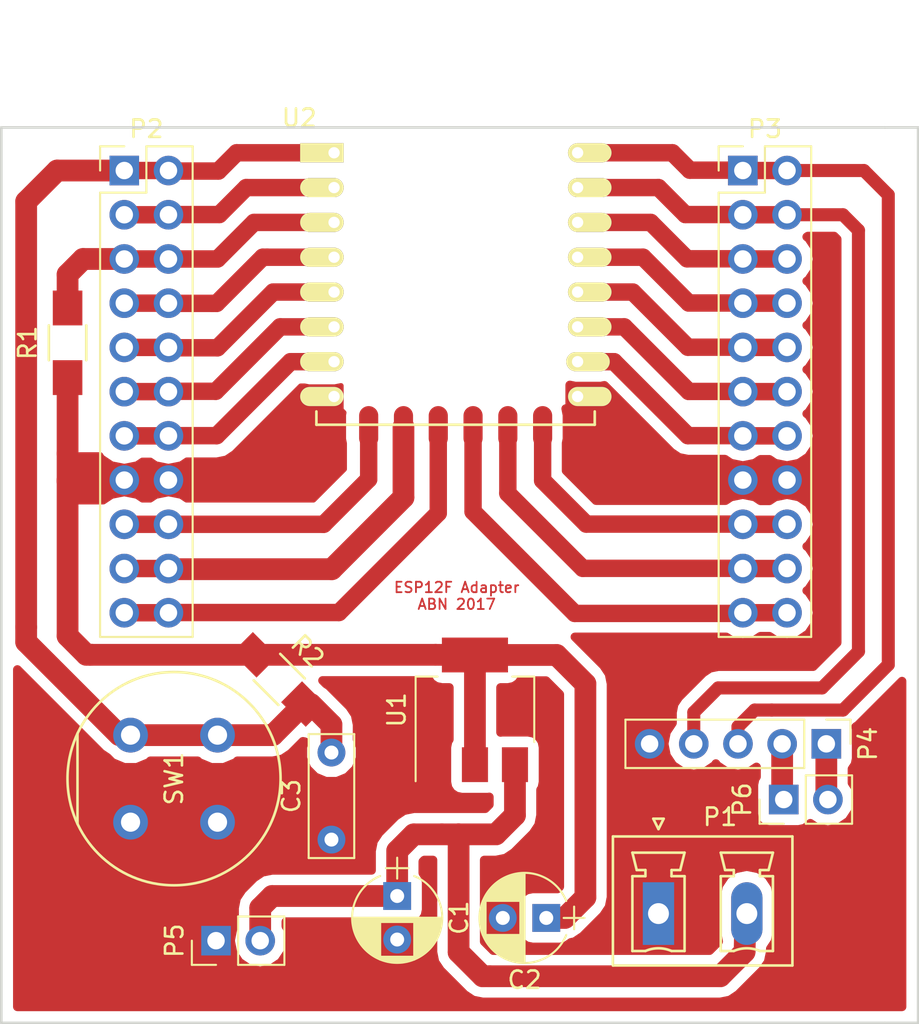
<source format=kicad_pcb>
(kicad_pcb (version 20170123) (host pcbnew "(2017-02-14 revision 58ed546)-makepkg")

  (general
    (links 70)
    (no_connects 0)
    (area 20.244999 22.324999 73.100001 81.355001)
    (thickness 1.6)
    (drawings 7)
    (tracks 183)
    (zones 0)
    (modules 14)
    (nets 26)
  )

  (page A4)
  (layers
    (0 F.Cu signal)
    (31 B.Cu signal)
    (32 B.Adhes user)
    (33 F.Adhes user)
    (34 B.Paste user)
    (35 F.Paste user)
    (36 B.SilkS user)
    (37 F.SilkS user)
    (38 B.Mask user)
    (39 F.Mask user)
    (40 Dwgs.User user)
    (41 Cmts.User user)
    (42 Eco1.User user)
    (43 Eco2.User user)
    (44 Edge.Cuts user)
    (45 Margin user)
    (46 B.CrtYd user)
    (47 F.CrtYd user)
    (48 B.Fab user)
    (49 F.Fab user)
  )

  (setup
    (last_trace_width 1.25)
    (user_trace_width 0.75)
    (user_trace_width 1)
    (user_trace_width 1.25)
    (user_trace_width 1.5)
    (user_trace_width 1.75)
    (user_trace_width 2)
    (user_trace_width 2.25)
    (trace_clearance 0.2)
    (zone_clearance 0.6)
    (zone_45_only yes)
    (trace_min 0.2)
    (segment_width 0.2)
    (edge_width 0.15)
    (via_size 0.8)
    (via_drill 0.4)
    (via_min_size 0.4)
    (via_min_drill 0.3)
    (uvia_size 0.3)
    (uvia_drill 0.1)
    (uvias_allowed no)
    (uvia_min_size 0.2)
    (uvia_min_drill 0.1)
    (pcb_text_width 0.3)
    (pcb_text_size 1.5 1.5)
    (mod_edge_width 0.15)
    (mod_text_size 1 1)
    (mod_text_width 0.15)
    (pad_size 1.524 1.524)
    (pad_drill 0.762)
    (pad_to_mask_clearance 0.2)
    (aux_axis_origin 0 0)
    (visible_elements 7FFDFFFF)
    (pcbplotparams
      (layerselection 0x00000_7fffffff)
      (usegerberextensions false)
      (excludeedgelayer true)
      (linewidth 0.050000)
      (plotframeref false)
      (viasonmask false)
      (mode 1)
      (useauxorigin false)
      (hpglpennumber 1)
      (hpglpenspeed 20)
      (hpglpendiameter 15)
      (psnegative false)
      (psa4output false)
      (plotreference true)
      (plotvalue true)
      (plotinvisibletext false)
      (padsonsilk false)
      (subtractmaskfromsilk false)
      (outputformat 4)
      (mirror false)
      (drillshape 1)
      (scaleselection 1)
      (outputdirectory ""))
  )

  (net 0 "")
  (net 1 +5V)
  (net 2 +3V3)
  (net 3 EN)
  (net 4 RESET)
  (net 5 GPIO9)
  (net 6 MISO)
  (net 7 CS)
  (net 8 GPIO13)
  (net 9 GPIO12)
  (net 10 GPIO14)
  (net 11 GPIO16)
  (net 12 ADC)
  (net 13 Tx)
  (net 14 Rx)
  (net 15 GPIO5)
  (net 16 GPIO4)
  (net 17 GPIO0)
  (net 18 GPIO2)
  (net 19 GPIO15)
  (net 20 SCLK)
  (net 21 MOSI)
  (net 22 GPIO10)
  (net 23 GND)
  (net 24 /5V)
  (net 25 /3V3)

  (net_class Default "This is the default net class."
    (clearance 0.2)
    (trace_width 0.25)
    (via_dia 0.8)
    (via_drill 0.4)
    (uvia_dia 0.3)
    (uvia_drill 0.1)
    (add_net +3V3)
    (add_net +5V)
    (add_net /3V3)
    (add_net /5V)
    (add_net ADC)
    (add_net CS)
    (add_net EN)
    (add_net GND)
    (add_net GPIO0)
    (add_net GPIO10)
    (add_net GPIO12)
    (add_net GPIO13)
    (add_net GPIO14)
    (add_net GPIO15)
    (add_net GPIO16)
    (add_net GPIO2)
    (add_net GPIO4)
    (add_net GPIO5)
    (add_net GPIO9)
    (add_net MISO)
    (add_net MOSI)
    (add_net RESET)
    (add_net Rx)
    (add_net SCLK)
    (add_net Tx)
  )

  (module Connectors_Phoenix:PhoenixContact_MCV-G_02x5.08mm_Vertical (layer F.Cu) (tedit 5797DB13) (tstamp 58A4F55B)
    (at 58.1 75)
    (descr "Generic Phoenix Contact connector footprint for series: MCV-G; number of pins: 02; pin pitch: 5.08mm; Vertical || order number: 1836299 8A 320V")
    (tags "phoenix_contact connector MCV_01x02_G_5.08mm")
    (path /58A34B8F)
    (fp_text reference P1 (at 3.54 -5.55) (layer F.SilkS)
      (effects (font (size 1 1) (thickness 0.15)))
    )
    (fp_text value PWR (at 2.54 4.4) (layer F.Fab)
      (effects (font (size 1 1) (thickness 0.15)))
    )
    (fp_line (start -0.3 -5.45) (end 0 -4.85) (layer F.SilkS) (width 0.15))
    (fp_line (start 0.3 -5.45) (end -0.3 -5.45) (layer F.SilkS) (width 0.15))
    (fp_line (start 0 -4.85) (end 0.3 -5.45) (layer F.SilkS) (width 0.15))
    (fp_line (start 8.1 -4.85) (end -3.05 -4.85) (layer F.CrtYd) (width 0.05))
    (fp_line (start 8.1 3.4) (end 8.1 -4.85) (layer F.CrtYd) (width 0.05))
    (fp_line (start -3.05 3.4) (end 8.1 3.4) (layer F.CrtYd) (width 0.05))
    (fp_line (start -3.05 -4.85) (end -3.05 3.4) (layer F.CrtYd) (width 0.05))
    (fp_line (start 6.58 2.15) (end 5.83 2.15) (layer F.SilkS) (width 0.15))
    (fp_line (start 6.58 -2.15) (end 6.58 2.15) (layer F.SilkS) (width 0.15))
    (fp_line (start 5.83 -2.15) (end 6.58 -2.15) (layer F.SilkS) (width 0.15))
    (fp_line (start 5.83 -2.15) (end 5.83 -2.15) (layer F.SilkS) (width 0.15))
    (fp_line (start 5.83 -2.5) (end 5.83 -2.15) (layer F.SilkS) (width 0.15))
    (fp_line (start 6.33 -2.5) (end 5.83 -2.5) (layer F.SilkS) (width 0.15))
    (fp_line (start 6.58 -3.5) (end 6.33 -2.5) (layer F.SilkS) (width 0.15))
    (fp_line (start 3.58 -3.5) (end 6.58 -3.5) (layer F.SilkS) (width 0.15))
    (fp_line (start 3.83 -2.5) (end 3.58 -3.5) (layer F.SilkS) (width 0.15))
    (fp_line (start 4.33 -2.5) (end 3.83 -2.5) (layer F.SilkS) (width 0.15))
    (fp_line (start 4.33 -2.15) (end 4.33 -2.5) (layer F.SilkS) (width 0.15))
    (fp_line (start 3.58 -2.15) (end 4.33 -2.15) (layer F.SilkS) (width 0.15))
    (fp_line (start 3.58 2.15) (end 3.58 -2.15) (layer F.SilkS) (width 0.15))
    (fp_line (start 4.33 2.15) (end 3.58 2.15) (layer F.SilkS) (width 0.15))
    (fp_line (start 1.5 2.15) (end 0.75 2.15) (layer F.SilkS) (width 0.15))
    (fp_line (start 1.5 -2.15) (end 1.5 2.15) (layer F.SilkS) (width 0.15))
    (fp_line (start 0.75 -2.15) (end 1.5 -2.15) (layer F.SilkS) (width 0.15))
    (fp_line (start 0.75 -2.15) (end 0.75 -2.15) (layer F.SilkS) (width 0.15))
    (fp_line (start 0.75 -2.5) (end 0.75 -2.15) (layer F.SilkS) (width 0.15))
    (fp_line (start 1.25 -2.5) (end 0.75 -2.5) (layer F.SilkS) (width 0.15))
    (fp_line (start 1.5 -3.5) (end 1.25 -2.5) (layer F.SilkS) (width 0.15))
    (fp_line (start -1.5 -3.5) (end 1.5 -3.5) (layer F.SilkS) (width 0.15))
    (fp_line (start -1.25 -2.5) (end -1.5 -3.5) (layer F.SilkS) (width 0.15))
    (fp_line (start -0.75 -2.5) (end -1.25 -2.5) (layer F.SilkS) (width 0.15))
    (fp_line (start -0.75 -2.15) (end -0.75 -2.5) (layer F.SilkS) (width 0.15))
    (fp_line (start -1.5 -2.15) (end -0.75 -2.15) (layer F.SilkS) (width 0.15))
    (fp_line (start -1.5 2.15) (end -1.5 -2.15) (layer F.SilkS) (width 0.15))
    (fp_line (start -0.75 2.15) (end -1.5 2.15) (layer F.SilkS) (width 0.15))
    (fp_line (start 7.7 -4.43) (end -2.62 -4.43) (layer F.SilkS) (width 0.15))
    (fp_line (start 7.7 2.98) (end 7.7 -4.43) (layer F.SilkS) (width 0.15))
    (fp_line (start -2.62 2.98) (end 7.7 2.98) (layer F.SilkS) (width 0.15))
    (fp_line (start -2.62 -4.43) (end -2.62 2.98) (layer F.SilkS) (width 0.15))
    (fp_arc (start 5.08 3.85) (end 4.33 2.15) (angle 47.6) (layer F.SilkS) (width 0.15))
    (fp_arc (start 0 3.85) (end -0.75 2.15) (angle 47.6) (layer F.SilkS) (width 0.15))
    (pad 2 thru_hole oval (at 5.08 0) (size 1.8 3.6) (drill 1.2) (layers *.Cu *.Mask)
      (net 1 +5V))
    (pad 1 thru_hole rect (at 0 0) (size 1.8 3.6) (drill 1.2) (layers *.Cu *.Mask)
      (net 23 GND))
    (model Connectors_Phoenix.3dshapes/PhoenixContact_MCV-G_02x5.08mm_Vertical.wrl
      (at (xyz 0 0 0))
      (scale (xyz 1 1 1))
      (rotate (xyz 0 0 0))
    )
  )

  (module Capacitors_ThroughHole:C_Disc_D7.0mm_W2.5mm_P5.00mm (layer F.Cu) (tedit 58765D06) (tstamp 58A4E1D5)
    (at 39.3 70.75 90)
    (descr "C, Disc series, Radial, pin pitch=5.00mm, , diameter*width=7*2.5mm^2, Capacitor, http://cdn-reichelt.de/documents/datenblatt/B300/DS_KERKO_TC.pdf")
    (tags "C Disc series Radial pin pitch 5.00mm  diameter 7mm width 2.5mm Capacitor")
    (path /58A3B04D)
    (fp_text reference C3 (at 2.5 -2.31 90) (layer F.SilkS)
      (effects (font (size 1 1) (thickness 0.15)))
    )
    (fp_text value 100nF (at 2.5 2.31 90) (layer F.Fab)
      (effects (font (size 1 1) (thickness 0.15)))
    )
    (fp_line (start 6.35 -1.6) (end -1.35 -1.6) (layer F.CrtYd) (width 0.05))
    (fp_line (start 6.35 1.6) (end 6.35 -1.6) (layer F.CrtYd) (width 0.05))
    (fp_line (start -1.35 1.6) (end 6.35 1.6) (layer F.CrtYd) (width 0.05))
    (fp_line (start -1.35 -1.6) (end -1.35 1.6) (layer F.CrtYd) (width 0.05))
    (fp_line (start 6.06 -1.31) (end 6.06 1.31) (layer F.SilkS) (width 0.12))
    (fp_line (start -1.06 -1.31) (end -1.06 1.31) (layer F.SilkS) (width 0.12))
    (fp_line (start -1.06 1.31) (end 6.06 1.31) (layer F.SilkS) (width 0.12))
    (fp_line (start -1.06 -1.31) (end 6.06 -1.31) (layer F.SilkS) (width 0.12))
    (fp_line (start 6 -1.25) (end -1 -1.25) (layer F.Fab) (width 0.1))
    (fp_line (start 6 1.25) (end 6 -1.25) (layer F.Fab) (width 0.1))
    (fp_line (start -1 1.25) (end 6 1.25) (layer F.Fab) (width 0.1))
    (fp_line (start -1 -1.25) (end -1 1.25) (layer F.Fab) (width 0.1))
    (pad 2 thru_hole circle (at 5 0 90) (size 1.6 1.6) (drill 0.8) (layers *.Cu *.Mask)
      (net 4 RESET))
    (pad 1 thru_hole circle (at 0 0 90) (size 1.6 1.6) (drill 0.8) (layers *.Cu *.Mask)
      (net 23 GND))
    (model Capacitors_ThroughHole.3dshapes/C_Disc_D7.0mm_W2.5mm_P5.00mm.wrl
      (at (xyz 0 0 0))
      (scale (xyz 0.393701 0.393701 0.393701))
      (rotate (xyz 0 0 0))
    )
  )

  (module TO_SOT_Packages_SMD:SOT-223 (layer F.Cu) (tedit 5883B228) (tstamp 58A4DFA1)
    (at 47.5488 63.2968 90)
    (descr "module CMS SOT223 4 pins")
    (tags "CMS SOT")
    (path /58A544EF)
    (attr smd)
    (fp_text reference U1 (at 0 -4.5 90) (layer F.SilkS)
      (effects (font (size 1 1) (thickness 0.15)))
    )
    (fp_text value NCP1117DT33G_MountingTab (at 0 4.5 90) (layer F.Fab)
      (effects (font (size 1 1) (thickness 0.15)))
    )
    (fp_line (start 1.85 -3.35) (end 1.85 3.35) (layer F.Fab) (width 0.1))
    (fp_line (start -1.85 3.35) (end 1.85 3.35) (layer F.Fab) (width 0.1))
    (fp_line (start -4.1 -3.41) (end 1.91 -3.41) (layer F.SilkS) (width 0.12))
    (fp_line (start -0.8 -3.35) (end 1.85 -3.35) (layer F.Fab) (width 0.1))
    (fp_line (start -1.85 3.41) (end 1.91 3.41) (layer F.SilkS) (width 0.12))
    (fp_line (start -1.85 -2.3) (end -1.85 3.35) (layer F.Fab) (width 0.1))
    (fp_line (start -4.4 -3.6) (end -4.4 3.6) (layer F.CrtYd) (width 0.05))
    (fp_line (start -4.4 3.6) (end 4.4 3.6) (layer F.CrtYd) (width 0.05))
    (fp_line (start 4.4 3.6) (end 4.4 -3.6) (layer F.CrtYd) (width 0.05))
    (fp_line (start 4.4 -3.6) (end -4.4 -3.6) (layer F.CrtYd) (width 0.05))
    (fp_line (start 1.91 -3.41) (end 1.91 -2.15) (layer F.SilkS) (width 0.12))
    (fp_line (start 1.91 3.41) (end 1.91 2.15) (layer F.SilkS) (width 0.12))
    (fp_line (start -1.85 -2.3) (end -0.8 -3.35) (layer F.Fab) (width 0.1))
    (pad 1 smd rect (at -3.15 -2.3 90) (size 2 1.5) (layers F.Cu F.Paste F.Mask)
      (net 23 GND))
    (pad 3 smd rect (at -3.15 2.3 90) (size 2 1.5) (layers F.Cu F.Paste F.Mask)
      (net 1 +5V))
    (pad 2 smd rect (at -3.15 0 90) (size 2 1.5) (layers F.Cu F.Paste F.Mask)
      (net 2 +3V3))
    (pad 4 smd rect (at 3.15 0 90) (size 2 3.8) (layers F.Cu F.Paste F.Mask)
      (net 2 +3V3))
    (model TO_SOT_Packages_SMD.3dshapes/SOT-223.wrl
      (at (xyz 0 0 0))
      (scale (xyz 0.4 0.4 0.4))
      (rotate (xyz 0 0 90))
    )
  )

  (module Pin_Headers:Pin_Header_Straight_2x11_Pitch2.54mm (layer F.Cu) (tedit 5862ED54) (tstamp 58A4E4B7)
    (at 27.39 32.32)
    (descr "Through hole straight pin header, 2x11, 2.54mm pitch, double rows")
    (tags "Through hole pin header THT 2x11 2.54mm double row")
    (path /58A34D1F)
    (fp_text reference P2 (at 1.27 -2.39) (layer F.SilkS)
      (effects (font (size 1 1) (thickness 0.15)))
    )
    (fp_text value CONN_LEFT (at 1.27 27.79) (layer F.Fab)
      (effects (font (size 1 1) (thickness 0.15)))
    )
    (fp_line (start 4.1 -1.6) (end -1.6 -1.6) (layer F.CrtYd) (width 0.05))
    (fp_line (start 4.1 27) (end 4.1 -1.6) (layer F.CrtYd) (width 0.05))
    (fp_line (start -1.6 27) (end 4.1 27) (layer F.CrtYd) (width 0.05))
    (fp_line (start -1.6 -1.6) (end -1.6 27) (layer F.CrtYd) (width 0.05))
    (fp_line (start -1.39 -1.39) (end 0 -1.39) (layer F.SilkS) (width 0.12))
    (fp_line (start -1.39 0) (end -1.39 -1.39) (layer F.SilkS) (width 0.12))
    (fp_line (start 1.27 1.27) (end -1.39 1.27) (layer F.SilkS) (width 0.12))
    (fp_line (start 1.27 -1.39) (end 1.27 1.27) (layer F.SilkS) (width 0.12))
    (fp_line (start 3.93 -1.39) (end 1.27 -1.39) (layer F.SilkS) (width 0.12))
    (fp_line (start 3.93 26.79) (end 3.93 -1.39) (layer F.SilkS) (width 0.12))
    (fp_line (start -1.39 26.79) (end 3.93 26.79) (layer F.SilkS) (width 0.12))
    (fp_line (start -1.39 1.27) (end -1.39 26.79) (layer F.SilkS) (width 0.12))
    (fp_line (start 3.81 -1.27) (end -1.27 -1.27) (layer F.Fab) (width 0.1))
    (fp_line (start 3.81 26.67) (end 3.81 -1.27) (layer F.Fab) (width 0.1))
    (fp_line (start -1.27 26.67) (end 3.81 26.67) (layer F.Fab) (width 0.1))
    (fp_line (start -1.27 -1.27) (end -1.27 26.67) (layer F.Fab) (width 0.1))
    (pad 22 thru_hole oval (at 2.54 25.4) (size 1.7 1.7) (drill 1) (layers *.Cu *.Mask)
      (net 5 GPIO9))
    (pad 21 thru_hole oval (at 0 25.4) (size 1.7 1.7) (drill 1) (layers *.Cu *.Mask)
      (net 5 GPIO9))
    (pad 20 thru_hole oval (at 2.54 22.86) (size 1.7 1.7) (drill 1) (layers *.Cu *.Mask)
      (net 6 MISO))
    (pad 19 thru_hole oval (at 0 22.86) (size 1.7 1.7) (drill 1) (layers *.Cu *.Mask)
      (net 6 MISO))
    (pad 18 thru_hole oval (at 2.54 20.32) (size 1.7 1.7) (drill 1) (layers *.Cu *.Mask)
      (net 7 CS))
    (pad 17 thru_hole oval (at 0 20.32) (size 1.7 1.7) (drill 1) (layers *.Cu *.Mask)
      (net 7 CS))
    (pad 16 thru_hole oval (at 2.54 17.78) (size 1.7 1.7) (drill 1) (layers *.Cu *.Mask)
      (net 2 +3V3))
    (pad 15 thru_hole oval (at 0 17.78) (size 1.7 1.7) (drill 1) (layers *.Cu *.Mask)
      (net 2 +3V3))
    (pad 14 thru_hole oval (at 2.54 15.24) (size 1.7 1.7) (drill 1) (layers *.Cu *.Mask)
      (net 8 GPIO13))
    (pad 13 thru_hole oval (at 0 15.24) (size 1.7 1.7) (drill 1) (layers *.Cu *.Mask)
      (net 8 GPIO13))
    (pad 12 thru_hole oval (at 2.54 12.7) (size 1.7 1.7) (drill 1) (layers *.Cu *.Mask)
      (net 9 GPIO12))
    (pad 11 thru_hole oval (at 0 12.7) (size 1.7 1.7) (drill 1) (layers *.Cu *.Mask)
      (net 9 GPIO12))
    (pad 10 thru_hole oval (at 2.54 10.16) (size 1.7 1.7) (drill 1) (layers *.Cu *.Mask)
      (net 10 GPIO14))
    (pad 9 thru_hole oval (at 0 10.16) (size 1.7 1.7) (drill 1) (layers *.Cu *.Mask)
      (net 10 GPIO14))
    (pad 8 thru_hole oval (at 2.54 7.62) (size 1.7 1.7) (drill 1) (layers *.Cu *.Mask)
      (net 11 GPIO16))
    (pad 7 thru_hole oval (at 0 7.62) (size 1.7 1.7) (drill 1) (layers *.Cu *.Mask)
      (net 11 GPIO16))
    (pad 6 thru_hole oval (at 2.54 5.08) (size 1.7 1.7) (drill 1) (layers *.Cu *.Mask)
      (net 3 EN))
    (pad 5 thru_hole oval (at 0 5.08) (size 1.7 1.7) (drill 1) (layers *.Cu *.Mask)
      (net 3 EN))
    (pad 4 thru_hole oval (at 2.54 2.54) (size 1.7 1.7) (drill 1) (layers *.Cu *.Mask)
      (net 12 ADC))
    (pad 3 thru_hole oval (at 0 2.54) (size 1.7 1.7) (drill 1) (layers *.Cu *.Mask)
      (net 12 ADC))
    (pad 2 thru_hole oval (at 2.54 0) (size 1.7 1.7) (drill 1) (layers *.Cu *.Mask)
      (net 4 RESET))
    (pad 1 thru_hole rect (at 0 0) (size 1.7 1.7) (drill 1) (layers *.Cu *.Mask)
      (net 4 RESET))
    (model Pin_Headers.3dshapes/Pin_Header_Straight_2x11_Pitch2.54mm.wrl
      (at (xyz 0.05 -0.5 0))
      (scale (xyz 1 1 1))
      (rotate (xyz 0 0 90))
    )
  )

  (module Pin_Headers:Pin_Header_Straight_1x02_Pitch2.54mm (layer F.Cu) (tedit 5862ED52) (tstamp 58A4A15F)
    (at 65.3 68.45 90)
    (descr "Through hole straight pin header, 1x02, 2.54mm pitch, single row")
    (tags "Through hole pin header THT 1x02 2.54mm single row")
    (path /58A4F82E)
    (fp_text reference P6 (at 0 -2.39 90) (layer F.SilkS)
      (effects (font (size 1 1) (thickness 0.15)))
    )
    (fp_text value PWR (at 0 4.93 90) (layer F.Fab)
      (effects (font (size 1 1) (thickness 0.15)))
    )
    (fp_line (start 1.6 -1.6) (end -1.6 -1.6) (layer F.CrtYd) (width 0.05))
    (fp_line (start 1.6 4.1) (end 1.6 -1.6) (layer F.CrtYd) (width 0.05))
    (fp_line (start -1.6 4.1) (end 1.6 4.1) (layer F.CrtYd) (width 0.05))
    (fp_line (start -1.6 -1.6) (end -1.6 4.1) (layer F.CrtYd) (width 0.05))
    (fp_line (start -1.39 -1.39) (end 0 -1.39) (layer F.SilkS) (width 0.12))
    (fp_line (start -1.39 0) (end -1.39 -1.39) (layer F.SilkS) (width 0.12))
    (fp_line (start 1.39 1.27) (end -1.39 1.27) (layer F.SilkS) (width 0.12))
    (fp_line (start 1.39 3.93) (end 1.39 1.27) (layer F.SilkS) (width 0.12))
    (fp_line (start -1.39 3.93) (end 1.39 3.93) (layer F.SilkS) (width 0.12))
    (fp_line (start -1.39 1.27) (end -1.39 3.93) (layer F.SilkS) (width 0.12))
    (fp_line (start 1.27 -1.27) (end -1.27 -1.27) (layer F.Fab) (width 0.1))
    (fp_line (start 1.27 3.81) (end 1.27 -1.27) (layer F.Fab) (width 0.1))
    (fp_line (start -1.27 3.81) (end 1.27 3.81) (layer F.Fab) (width 0.1))
    (fp_line (start -1.27 -1.27) (end -1.27 3.81) (layer F.Fab) (width 0.1))
    (pad 2 thru_hole oval (at 0 2.54 90) (size 1.7 1.7) (drill 1) (layers *.Cu *.Mask)
      (net 25 /3V3))
    (pad 1 thru_hole rect (at 0 0 90) (size 1.7 1.7) (drill 1) (layers *.Cu *.Mask)
      (net 24 /5V))
    (model Pin_Headers.3dshapes/Pin_Header_Straight_1x02_Pitch2.54mm.wrl
      (at (xyz 0 -0.05 0))
      (scale (xyz 1 1 1))
      (rotate (xyz 0 0 90))
    )
  )

  (module Buttons_Switches_THT:Push_E-Switch_KS01Q01 (layer F.Cu) (tedit 58A496B5) (tstamp 58A4E5F2)
    (at 32.75 64.75 270)
    (descr "E-Switch KS01Q01")
    (tags "Push Button")
    (path /58A3AEF1)
    (fp_text reference SW1 (at 2.5 2.5 270) (layer F.SilkS)
      (effects (font (size 1 1) (thickness 0.15)))
    )
    (fp_text value RST_SWITCH (at 2.6 2.6 270) (layer F.Fab)
      (effects (font (size 1 1) (thickness 0.15)))
    )
    (fp_circle (center 2.5 2.5) (end 8.95 2.5) (layer F.CrtYd) (width 0.05))
    (fp_circle (center 2.5 2.5) (end 8.625 2.5) (layer F.SilkS) (width 0.15))
    (fp_line (start 5.10096 8.04962) (end -0.10096 8.04962) (layer F.SilkS) (width 0.15))
    (pad 1 thru_hole circle (at 0 0 270) (size 2 2) (drill 1.1) (layers *.Cu *.Mask)
      (net 4 RESET))
    (pad 2 thru_hole circle (at 5 0 270) (size 2 2) (drill 1.1) (layers *.Cu *.Mask)
      (net 23 GND))
    (pad 4 thru_hole circle (at 5 5 270) (size 2 2) (drill 1.1) (layers *.Cu *.Mask)
      (net 23 GND))
    (pad 3 thru_hole circle (at 0 5 270) (size 2 2) (drill 1.1) (layers *.Cu *.Mask)
      (net 4 RESET))
    (model Buttons_Switches_ThroughHole.3dshapes/Push_E-Switch_KS01Q01.wrl
      (at (xyz 0.1 -0.1 0))
      (scale (xyz 1 1 1))
      (rotate (xyz 0 0 0))
    )
  )

  (module Capacitors_THT:CP_Radial_D5.0mm_P2.50mm (layer F.Cu) (tedit 58765D06) (tstamp 58A4E5E0)
    (at 51.65 75.25 180)
    (descr "CP, Radial series, Radial, pin pitch=2.50mm, , diameter=5mm, Electrolytic Capacitor")
    (tags "CP Radial series Radial pin pitch 2.50mm  diameter 5mm Electrolytic Capacitor")
    (path /58A35C0B)
    (fp_text reference C2 (at 1.25 -3.56 180) (layer F.SilkS)
      (effects (font (size 1 1) (thickness 0.15)))
    )
    (fp_text value 1000uF (at 1.25 3.56 180) (layer F.Fab)
      (effects (font (size 1 1) (thickness 0.15)))
    )
    (fp_arc (start 1.25 0) (end -1.147436 -0.98) (angle 135.5) (layer F.SilkS) (width 0.12))
    (fp_arc (start 1.25 0) (end -1.147436 0.98) (angle -135.5) (layer F.SilkS) (width 0.12))
    (fp_arc (start 1.25 0) (end 3.647436 -0.98) (angle 44.5) (layer F.SilkS) (width 0.12))
    (fp_circle (center 1.25 0) (end 3.75 0) (layer F.Fab) (width 0.1))
    (fp_line (start -2.2 0) (end -1 0) (layer F.Fab) (width 0.1))
    (fp_line (start -1.6 -0.65) (end -1.6 0.65) (layer F.Fab) (width 0.1))
    (fp_line (start 1.25 -2.55) (end 1.25 2.55) (layer F.SilkS) (width 0.12))
    (fp_line (start 1.29 -2.55) (end 1.29 2.55) (layer F.SilkS) (width 0.12))
    (fp_line (start 1.33 -2.549) (end 1.33 2.549) (layer F.SilkS) (width 0.12))
    (fp_line (start 1.37 -2.548) (end 1.37 2.548) (layer F.SilkS) (width 0.12))
    (fp_line (start 1.41 -2.546) (end 1.41 2.546) (layer F.SilkS) (width 0.12))
    (fp_line (start 1.45 -2.543) (end 1.45 2.543) (layer F.SilkS) (width 0.12))
    (fp_line (start 1.49 -2.539) (end 1.49 2.539) (layer F.SilkS) (width 0.12))
    (fp_line (start 1.53 -2.535) (end 1.53 -0.98) (layer F.SilkS) (width 0.12))
    (fp_line (start 1.53 0.98) (end 1.53 2.535) (layer F.SilkS) (width 0.12))
    (fp_line (start 1.57 -2.531) (end 1.57 -0.98) (layer F.SilkS) (width 0.12))
    (fp_line (start 1.57 0.98) (end 1.57 2.531) (layer F.SilkS) (width 0.12))
    (fp_line (start 1.61 -2.525) (end 1.61 -0.98) (layer F.SilkS) (width 0.12))
    (fp_line (start 1.61 0.98) (end 1.61 2.525) (layer F.SilkS) (width 0.12))
    (fp_line (start 1.65 -2.519) (end 1.65 -0.98) (layer F.SilkS) (width 0.12))
    (fp_line (start 1.65 0.98) (end 1.65 2.519) (layer F.SilkS) (width 0.12))
    (fp_line (start 1.69 -2.513) (end 1.69 -0.98) (layer F.SilkS) (width 0.12))
    (fp_line (start 1.69 0.98) (end 1.69 2.513) (layer F.SilkS) (width 0.12))
    (fp_line (start 1.73 -2.506) (end 1.73 -0.98) (layer F.SilkS) (width 0.12))
    (fp_line (start 1.73 0.98) (end 1.73 2.506) (layer F.SilkS) (width 0.12))
    (fp_line (start 1.77 -2.498) (end 1.77 -0.98) (layer F.SilkS) (width 0.12))
    (fp_line (start 1.77 0.98) (end 1.77 2.498) (layer F.SilkS) (width 0.12))
    (fp_line (start 1.81 -2.489) (end 1.81 -0.98) (layer F.SilkS) (width 0.12))
    (fp_line (start 1.81 0.98) (end 1.81 2.489) (layer F.SilkS) (width 0.12))
    (fp_line (start 1.85 -2.48) (end 1.85 -0.98) (layer F.SilkS) (width 0.12))
    (fp_line (start 1.85 0.98) (end 1.85 2.48) (layer F.SilkS) (width 0.12))
    (fp_line (start 1.89 -2.47) (end 1.89 -0.98) (layer F.SilkS) (width 0.12))
    (fp_line (start 1.89 0.98) (end 1.89 2.47) (layer F.SilkS) (width 0.12))
    (fp_line (start 1.93 -2.46) (end 1.93 -0.98) (layer F.SilkS) (width 0.12))
    (fp_line (start 1.93 0.98) (end 1.93 2.46) (layer F.SilkS) (width 0.12))
    (fp_line (start 1.971 -2.448) (end 1.971 -0.98) (layer F.SilkS) (width 0.12))
    (fp_line (start 1.971 0.98) (end 1.971 2.448) (layer F.SilkS) (width 0.12))
    (fp_line (start 2.011 -2.436) (end 2.011 -0.98) (layer F.SilkS) (width 0.12))
    (fp_line (start 2.011 0.98) (end 2.011 2.436) (layer F.SilkS) (width 0.12))
    (fp_line (start 2.051 -2.424) (end 2.051 -0.98) (layer F.SilkS) (width 0.12))
    (fp_line (start 2.051 0.98) (end 2.051 2.424) (layer F.SilkS) (width 0.12))
    (fp_line (start 2.091 -2.41) (end 2.091 -0.98) (layer F.SilkS) (width 0.12))
    (fp_line (start 2.091 0.98) (end 2.091 2.41) (layer F.SilkS) (width 0.12))
    (fp_line (start 2.131 -2.396) (end 2.131 -0.98) (layer F.SilkS) (width 0.12))
    (fp_line (start 2.131 0.98) (end 2.131 2.396) (layer F.SilkS) (width 0.12))
    (fp_line (start 2.171 -2.382) (end 2.171 -0.98) (layer F.SilkS) (width 0.12))
    (fp_line (start 2.171 0.98) (end 2.171 2.382) (layer F.SilkS) (width 0.12))
    (fp_line (start 2.211 -2.366) (end 2.211 -0.98) (layer F.SilkS) (width 0.12))
    (fp_line (start 2.211 0.98) (end 2.211 2.366) (layer F.SilkS) (width 0.12))
    (fp_line (start 2.251 -2.35) (end 2.251 -0.98) (layer F.SilkS) (width 0.12))
    (fp_line (start 2.251 0.98) (end 2.251 2.35) (layer F.SilkS) (width 0.12))
    (fp_line (start 2.291 -2.333) (end 2.291 -0.98) (layer F.SilkS) (width 0.12))
    (fp_line (start 2.291 0.98) (end 2.291 2.333) (layer F.SilkS) (width 0.12))
    (fp_line (start 2.331 -2.315) (end 2.331 -0.98) (layer F.SilkS) (width 0.12))
    (fp_line (start 2.331 0.98) (end 2.331 2.315) (layer F.SilkS) (width 0.12))
    (fp_line (start 2.371 -2.296) (end 2.371 -0.98) (layer F.SilkS) (width 0.12))
    (fp_line (start 2.371 0.98) (end 2.371 2.296) (layer F.SilkS) (width 0.12))
    (fp_line (start 2.411 -2.276) (end 2.411 -0.98) (layer F.SilkS) (width 0.12))
    (fp_line (start 2.411 0.98) (end 2.411 2.276) (layer F.SilkS) (width 0.12))
    (fp_line (start 2.451 -2.256) (end 2.451 -0.98) (layer F.SilkS) (width 0.12))
    (fp_line (start 2.451 0.98) (end 2.451 2.256) (layer F.SilkS) (width 0.12))
    (fp_line (start 2.491 -2.234) (end 2.491 -0.98) (layer F.SilkS) (width 0.12))
    (fp_line (start 2.491 0.98) (end 2.491 2.234) (layer F.SilkS) (width 0.12))
    (fp_line (start 2.531 -2.212) (end 2.531 -0.98) (layer F.SilkS) (width 0.12))
    (fp_line (start 2.531 0.98) (end 2.531 2.212) (layer F.SilkS) (width 0.12))
    (fp_line (start 2.571 -2.189) (end 2.571 -0.98) (layer F.SilkS) (width 0.12))
    (fp_line (start 2.571 0.98) (end 2.571 2.189) (layer F.SilkS) (width 0.12))
    (fp_line (start 2.611 -2.165) (end 2.611 -0.98) (layer F.SilkS) (width 0.12))
    (fp_line (start 2.611 0.98) (end 2.611 2.165) (layer F.SilkS) (width 0.12))
    (fp_line (start 2.651 -2.14) (end 2.651 -0.98) (layer F.SilkS) (width 0.12))
    (fp_line (start 2.651 0.98) (end 2.651 2.14) (layer F.SilkS) (width 0.12))
    (fp_line (start 2.691 -2.113) (end 2.691 -0.98) (layer F.SilkS) (width 0.12))
    (fp_line (start 2.691 0.98) (end 2.691 2.113) (layer F.SilkS) (width 0.12))
    (fp_line (start 2.731 -2.086) (end 2.731 -0.98) (layer F.SilkS) (width 0.12))
    (fp_line (start 2.731 0.98) (end 2.731 2.086) (layer F.SilkS) (width 0.12))
    (fp_line (start 2.771 -2.058) (end 2.771 -0.98) (layer F.SilkS) (width 0.12))
    (fp_line (start 2.771 0.98) (end 2.771 2.058) (layer F.SilkS) (width 0.12))
    (fp_line (start 2.811 -2.028) (end 2.811 -0.98) (layer F.SilkS) (width 0.12))
    (fp_line (start 2.811 0.98) (end 2.811 2.028) (layer F.SilkS) (width 0.12))
    (fp_line (start 2.851 -1.997) (end 2.851 -0.98) (layer F.SilkS) (width 0.12))
    (fp_line (start 2.851 0.98) (end 2.851 1.997) (layer F.SilkS) (width 0.12))
    (fp_line (start 2.891 -1.965) (end 2.891 -0.98) (layer F.SilkS) (width 0.12))
    (fp_line (start 2.891 0.98) (end 2.891 1.965) (layer F.SilkS) (width 0.12))
    (fp_line (start 2.931 -1.932) (end 2.931 -0.98) (layer F.SilkS) (width 0.12))
    (fp_line (start 2.931 0.98) (end 2.931 1.932) (layer F.SilkS) (width 0.12))
    (fp_line (start 2.971 -1.897) (end 2.971 -0.98) (layer F.SilkS) (width 0.12))
    (fp_line (start 2.971 0.98) (end 2.971 1.897) (layer F.SilkS) (width 0.12))
    (fp_line (start 3.011 -1.861) (end 3.011 -0.98) (layer F.SilkS) (width 0.12))
    (fp_line (start 3.011 0.98) (end 3.011 1.861) (layer F.SilkS) (width 0.12))
    (fp_line (start 3.051 -1.823) (end 3.051 -0.98) (layer F.SilkS) (width 0.12))
    (fp_line (start 3.051 0.98) (end 3.051 1.823) (layer F.SilkS) (width 0.12))
    (fp_line (start 3.091 -1.783) (end 3.091 -0.98) (layer F.SilkS) (width 0.12))
    (fp_line (start 3.091 0.98) (end 3.091 1.783) (layer F.SilkS) (width 0.12))
    (fp_line (start 3.131 -1.742) (end 3.131 -0.98) (layer F.SilkS) (width 0.12))
    (fp_line (start 3.131 0.98) (end 3.131 1.742) (layer F.SilkS) (width 0.12))
    (fp_line (start 3.171 -1.699) (end 3.171 -0.98) (layer F.SilkS) (width 0.12))
    (fp_line (start 3.171 0.98) (end 3.171 1.699) (layer F.SilkS) (width 0.12))
    (fp_line (start 3.211 -1.654) (end 3.211 -0.98) (layer F.SilkS) (width 0.12))
    (fp_line (start 3.211 0.98) (end 3.211 1.654) (layer F.SilkS) (width 0.12))
    (fp_line (start 3.251 -1.606) (end 3.251 -0.98) (layer F.SilkS) (width 0.12))
    (fp_line (start 3.251 0.98) (end 3.251 1.606) (layer F.SilkS) (width 0.12))
    (fp_line (start 3.291 -1.556) (end 3.291 -0.98) (layer F.SilkS) (width 0.12))
    (fp_line (start 3.291 0.98) (end 3.291 1.556) (layer F.SilkS) (width 0.12))
    (fp_line (start 3.331 -1.504) (end 3.331 -0.98) (layer F.SilkS) (width 0.12))
    (fp_line (start 3.331 0.98) (end 3.331 1.504) (layer F.SilkS) (width 0.12))
    (fp_line (start 3.371 -1.448) (end 3.371 -0.98) (layer F.SilkS) (width 0.12))
    (fp_line (start 3.371 0.98) (end 3.371 1.448) (layer F.SilkS) (width 0.12))
    (fp_line (start 3.411 -1.39) (end 3.411 -0.98) (layer F.SilkS) (width 0.12))
    (fp_line (start 3.411 0.98) (end 3.411 1.39) (layer F.SilkS) (width 0.12))
    (fp_line (start 3.451 -1.327) (end 3.451 -0.98) (layer F.SilkS) (width 0.12))
    (fp_line (start 3.451 0.98) (end 3.451 1.327) (layer F.SilkS) (width 0.12))
    (fp_line (start 3.491 -1.261) (end 3.491 1.261) (layer F.SilkS) (width 0.12))
    (fp_line (start 3.531 -1.189) (end 3.531 1.189) (layer F.SilkS) (width 0.12))
    (fp_line (start 3.571 -1.112) (end 3.571 1.112) (layer F.SilkS) (width 0.12))
    (fp_line (start 3.611 -1.028) (end 3.611 1.028) (layer F.SilkS) (width 0.12))
    (fp_line (start 3.651 -0.934) (end 3.651 0.934) (layer F.SilkS) (width 0.12))
    (fp_line (start 3.691 -0.829) (end 3.691 0.829) (layer F.SilkS) (width 0.12))
    (fp_line (start 3.731 -0.707) (end 3.731 0.707) (layer F.SilkS) (width 0.12))
    (fp_line (start 3.771 -0.559) (end 3.771 0.559) (layer F.SilkS) (width 0.12))
    (fp_line (start 3.811 -0.354) (end 3.811 0.354) (layer F.SilkS) (width 0.12))
    (fp_line (start -2.2 0) (end -1 0) (layer F.SilkS) (width 0.12))
    (fp_line (start -1.6 -0.65) (end -1.6 0.65) (layer F.SilkS) (width 0.12))
    (fp_line (start -1.6 -2.85) (end -1.6 2.85) (layer F.CrtYd) (width 0.05))
    (fp_line (start -1.6 2.85) (end 4.1 2.85) (layer F.CrtYd) (width 0.05))
    (fp_line (start 4.1 2.85) (end 4.1 -2.85) (layer F.CrtYd) (width 0.05))
    (fp_line (start 4.1 -2.85) (end -1.6 -2.85) (layer F.CrtYd) (width 0.05))
    (pad 1 thru_hole rect (at 0 0 180) (size 1.6 1.6) (drill 0.8) (layers *.Cu *.Mask)
      (net 2 +3V3))
    (pad 2 thru_hole circle (at 2.5 0 180) (size 1.6 1.6) (drill 0.8) (layers *.Cu *.Mask)
      (net 23 GND))
    (model Capacitors_ThroughHole.3dshapes/CP_Radial_D5.0mm_P2.50mm.wrl
      (at (xyz 0 0 0))
      (scale (xyz 0.393701 0.393701 0.393701))
      (rotate (xyz 0 0 0))
    )
  )

  (module Capacitors_THT:CP_Radial_D5.0mm_P2.50mm (layer F.Cu) (tedit 58765D06) (tstamp 58A4E5D0)
    (at 43.0784 73.9902 270)
    (descr "CP, Radial series, Radial, pin pitch=2.50mm, , diameter=5mm, Electrolytic Capacitor")
    (tags "CP Radial series Radial pin pitch 2.50mm  diameter 5mm Electrolytic Capacitor")
    (path /58A35C63)
    (fp_text reference C1 (at 1.25 -3.56 270) (layer F.SilkS)
      (effects (font (size 1 1) (thickness 0.15)))
    )
    (fp_text value 100uF (at 1.25 3.56 270) (layer F.Fab)
      (effects (font (size 1 1) (thickness 0.15)))
    )
    (fp_line (start 4.1 -2.85) (end -1.6 -2.85) (layer F.CrtYd) (width 0.05))
    (fp_line (start 4.1 2.85) (end 4.1 -2.85) (layer F.CrtYd) (width 0.05))
    (fp_line (start -1.6 2.85) (end 4.1 2.85) (layer F.CrtYd) (width 0.05))
    (fp_line (start -1.6 -2.85) (end -1.6 2.85) (layer F.CrtYd) (width 0.05))
    (fp_line (start -1.6 -0.65) (end -1.6 0.65) (layer F.SilkS) (width 0.12))
    (fp_line (start -2.2 0) (end -1 0) (layer F.SilkS) (width 0.12))
    (fp_line (start 3.811 -0.354) (end 3.811 0.354) (layer F.SilkS) (width 0.12))
    (fp_line (start 3.771 -0.559) (end 3.771 0.559) (layer F.SilkS) (width 0.12))
    (fp_line (start 3.731 -0.707) (end 3.731 0.707) (layer F.SilkS) (width 0.12))
    (fp_line (start 3.691 -0.829) (end 3.691 0.829) (layer F.SilkS) (width 0.12))
    (fp_line (start 3.651 -0.934) (end 3.651 0.934) (layer F.SilkS) (width 0.12))
    (fp_line (start 3.611 -1.028) (end 3.611 1.028) (layer F.SilkS) (width 0.12))
    (fp_line (start 3.571 -1.112) (end 3.571 1.112) (layer F.SilkS) (width 0.12))
    (fp_line (start 3.531 -1.189) (end 3.531 1.189) (layer F.SilkS) (width 0.12))
    (fp_line (start 3.491 -1.261) (end 3.491 1.261) (layer F.SilkS) (width 0.12))
    (fp_line (start 3.451 0.98) (end 3.451 1.327) (layer F.SilkS) (width 0.12))
    (fp_line (start 3.451 -1.327) (end 3.451 -0.98) (layer F.SilkS) (width 0.12))
    (fp_line (start 3.411 0.98) (end 3.411 1.39) (layer F.SilkS) (width 0.12))
    (fp_line (start 3.411 -1.39) (end 3.411 -0.98) (layer F.SilkS) (width 0.12))
    (fp_line (start 3.371 0.98) (end 3.371 1.448) (layer F.SilkS) (width 0.12))
    (fp_line (start 3.371 -1.448) (end 3.371 -0.98) (layer F.SilkS) (width 0.12))
    (fp_line (start 3.331 0.98) (end 3.331 1.504) (layer F.SilkS) (width 0.12))
    (fp_line (start 3.331 -1.504) (end 3.331 -0.98) (layer F.SilkS) (width 0.12))
    (fp_line (start 3.291 0.98) (end 3.291 1.556) (layer F.SilkS) (width 0.12))
    (fp_line (start 3.291 -1.556) (end 3.291 -0.98) (layer F.SilkS) (width 0.12))
    (fp_line (start 3.251 0.98) (end 3.251 1.606) (layer F.SilkS) (width 0.12))
    (fp_line (start 3.251 -1.606) (end 3.251 -0.98) (layer F.SilkS) (width 0.12))
    (fp_line (start 3.211 0.98) (end 3.211 1.654) (layer F.SilkS) (width 0.12))
    (fp_line (start 3.211 -1.654) (end 3.211 -0.98) (layer F.SilkS) (width 0.12))
    (fp_line (start 3.171 0.98) (end 3.171 1.699) (layer F.SilkS) (width 0.12))
    (fp_line (start 3.171 -1.699) (end 3.171 -0.98) (layer F.SilkS) (width 0.12))
    (fp_line (start 3.131 0.98) (end 3.131 1.742) (layer F.SilkS) (width 0.12))
    (fp_line (start 3.131 -1.742) (end 3.131 -0.98) (layer F.SilkS) (width 0.12))
    (fp_line (start 3.091 0.98) (end 3.091 1.783) (layer F.SilkS) (width 0.12))
    (fp_line (start 3.091 -1.783) (end 3.091 -0.98) (layer F.SilkS) (width 0.12))
    (fp_line (start 3.051 0.98) (end 3.051 1.823) (layer F.SilkS) (width 0.12))
    (fp_line (start 3.051 -1.823) (end 3.051 -0.98) (layer F.SilkS) (width 0.12))
    (fp_line (start 3.011 0.98) (end 3.011 1.861) (layer F.SilkS) (width 0.12))
    (fp_line (start 3.011 -1.861) (end 3.011 -0.98) (layer F.SilkS) (width 0.12))
    (fp_line (start 2.971 0.98) (end 2.971 1.897) (layer F.SilkS) (width 0.12))
    (fp_line (start 2.971 -1.897) (end 2.971 -0.98) (layer F.SilkS) (width 0.12))
    (fp_line (start 2.931 0.98) (end 2.931 1.932) (layer F.SilkS) (width 0.12))
    (fp_line (start 2.931 -1.932) (end 2.931 -0.98) (layer F.SilkS) (width 0.12))
    (fp_line (start 2.891 0.98) (end 2.891 1.965) (layer F.SilkS) (width 0.12))
    (fp_line (start 2.891 -1.965) (end 2.891 -0.98) (layer F.SilkS) (width 0.12))
    (fp_line (start 2.851 0.98) (end 2.851 1.997) (layer F.SilkS) (width 0.12))
    (fp_line (start 2.851 -1.997) (end 2.851 -0.98) (layer F.SilkS) (width 0.12))
    (fp_line (start 2.811 0.98) (end 2.811 2.028) (layer F.SilkS) (width 0.12))
    (fp_line (start 2.811 -2.028) (end 2.811 -0.98) (layer F.SilkS) (width 0.12))
    (fp_line (start 2.771 0.98) (end 2.771 2.058) (layer F.SilkS) (width 0.12))
    (fp_line (start 2.771 -2.058) (end 2.771 -0.98) (layer F.SilkS) (width 0.12))
    (fp_line (start 2.731 0.98) (end 2.731 2.086) (layer F.SilkS) (width 0.12))
    (fp_line (start 2.731 -2.086) (end 2.731 -0.98) (layer F.SilkS) (width 0.12))
    (fp_line (start 2.691 0.98) (end 2.691 2.113) (layer F.SilkS) (width 0.12))
    (fp_line (start 2.691 -2.113) (end 2.691 -0.98) (layer F.SilkS) (width 0.12))
    (fp_line (start 2.651 0.98) (end 2.651 2.14) (layer F.SilkS) (width 0.12))
    (fp_line (start 2.651 -2.14) (end 2.651 -0.98) (layer F.SilkS) (width 0.12))
    (fp_line (start 2.611 0.98) (end 2.611 2.165) (layer F.SilkS) (width 0.12))
    (fp_line (start 2.611 -2.165) (end 2.611 -0.98) (layer F.SilkS) (width 0.12))
    (fp_line (start 2.571 0.98) (end 2.571 2.189) (layer F.SilkS) (width 0.12))
    (fp_line (start 2.571 -2.189) (end 2.571 -0.98) (layer F.SilkS) (width 0.12))
    (fp_line (start 2.531 0.98) (end 2.531 2.212) (layer F.SilkS) (width 0.12))
    (fp_line (start 2.531 -2.212) (end 2.531 -0.98) (layer F.SilkS) (width 0.12))
    (fp_line (start 2.491 0.98) (end 2.491 2.234) (layer F.SilkS) (width 0.12))
    (fp_line (start 2.491 -2.234) (end 2.491 -0.98) (layer F.SilkS) (width 0.12))
    (fp_line (start 2.451 0.98) (end 2.451 2.256) (layer F.SilkS) (width 0.12))
    (fp_line (start 2.451 -2.256) (end 2.451 -0.98) (layer F.SilkS) (width 0.12))
    (fp_line (start 2.411 0.98) (end 2.411 2.276) (layer F.SilkS) (width 0.12))
    (fp_line (start 2.411 -2.276) (end 2.411 -0.98) (layer F.SilkS) (width 0.12))
    (fp_line (start 2.371 0.98) (end 2.371 2.296) (layer F.SilkS) (width 0.12))
    (fp_line (start 2.371 -2.296) (end 2.371 -0.98) (layer F.SilkS) (width 0.12))
    (fp_line (start 2.331 0.98) (end 2.331 2.315) (layer F.SilkS) (width 0.12))
    (fp_line (start 2.331 -2.315) (end 2.331 -0.98) (layer F.SilkS) (width 0.12))
    (fp_line (start 2.291 0.98) (end 2.291 2.333) (layer F.SilkS) (width 0.12))
    (fp_line (start 2.291 -2.333) (end 2.291 -0.98) (layer F.SilkS) (width 0.12))
    (fp_line (start 2.251 0.98) (end 2.251 2.35) (layer F.SilkS) (width 0.12))
    (fp_line (start 2.251 -2.35) (end 2.251 -0.98) (layer F.SilkS) (width 0.12))
    (fp_line (start 2.211 0.98) (end 2.211 2.366) (layer F.SilkS) (width 0.12))
    (fp_line (start 2.211 -2.366) (end 2.211 -0.98) (layer F.SilkS) (width 0.12))
    (fp_line (start 2.171 0.98) (end 2.171 2.382) (layer F.SilkS) (width 0.12))
    (fp_line (start 2.171 -2.382) (end 2.171 -0.98) (layer F.SilkS) (width 0.12))
    (fp_line (start 2.131 0.98) (end 2.131 2.396) (layer F.SilkS) (width 0.12))
    (fp_line (start 2.131 -2.396) (end 2.131 -0.98) (layer F.SilkS) (width 0.12))
    (fp_line (start 2.091 0.98) (end 2.091 2.41) (layer F.SilkS) (width 0.12))
    (fp_line (start 2.091 -2.41) (end 2.091 -0.98) (layer F.SilkS) (width 0.12))
    (fp_line (start 2.051 0.98) (end 2.051 2.424) (layer F.SilkS) (width 0.12))
    (fp_line (start 2.051 -2.424) (end 2.051 -0.98) (layer F.SilkS) (width 0.12))
    (fp_line (start 2.011 0.98) (end 2.011 2.436) (layer F.SilkS) (width 0.12))
    (fp_line (start 2.011 -2.436) (end 2.011 -0.98) (layer F.SilkS) (width 0.12))
    (fp_line (start 1.971 0.98) (end 1.971 2.448) (layer F.SilkS) (width 0.12))
    (fp_line (start 1.971 -2.448) (end 1.971 -0.98) (layer F.SilkS) (width 0.12))
    (fp_line (start 1.93 0.98) (end 1.93 2.46) (layer F.SilkS) (width 0.12))
    (fp_line (start 1.93 -2.46) (end 1.93 -0.98) (layer F.SilkS) (width 0.12))
    (fp_line (start 1.89 0.98) (end 1.89 2.47) (layer F.SilkS) (width 0.12))
    (fp_line (start 1.89 -2.47) (end 1.89 -0.98) (layer F.SilkS) (width 0.12))
    (fp_line (start 1.85 0.98) (end 1.85 2.48) (layer F.SilkS) (width 0.12))
    (fp_line (start 1.85 -2.48) (end 1.85 -0.98) (layer F.SilkS) (width 0.12))
    (fp_line (start 1.81 0.98) (end 1.81 2.489) (layer F.SilkS) (width 0.12))
    (fp_line (start 1.81 -2.489) (end 1.81 -0.98) (layer F.SilkS) (width 0.12))
    (fp_line (start 1.77 0.98) (end 1.77 2.498) (layer F.SilkS) (width 0.12))
    (fp_line (start 1.77 -2.498) (end 1.77 -0.98) (layer F.SilkS) (width 0.12))
    (fp_line (start 1.73 0.98) (end 1.73 2.506) (layer F.SilkS) (width 0.12))
    (fp_line (start 1.73 -2.506) (end 1.73 -0.98) (layer F.SilkS) (width 0.12))
    (fp_line (start 1.69 0.98) (end 1.69 2.513) (layer F.SilkS) (width 0.12))
    (fp_line (start 1.69 -2.513) (end 1.69 -0.98) (layer F.SilkS) (width 0.12))
    (fp_line (start 1.65 0.98) (end 1.65 2.519) (layer F.SilkS) (width 0.12))
    (fp_line (start 1.65 -2.519) (end 1.65 -0.98) (layer F.SilkS) (width 0.12))
    (fp_line (start 1.61 0.98) (end 1.61 2.525) (layer F.SilkS) (width 0.12))
    (fp_line (start 1.61 -2.525) (end 1.61 -0.98) (layer F.SilkS) (width 0.12))
    (fp_line (start 1.57 0.98) (end 1.57 2.531) (layer F.SilkS) (width 0.12))
    (fp_line (start 1.57 -2.531) (end 1.57 -0.98) (layer F.SilkS) (width 0.12))
    (fp_line (start 1.53 0.98) (end 1.53 2.535) (layer F.SilkS) (width 0.12))
    (fp_line (start 1.53 -2.535) (end 1.53 -0.98) (layer F.SilkS) (width 0.12))
    (fp_line (start 1.49 -2.539) (end 1.49 2.539) (layer F.SilkS) (width 0.12))
    (fp_line (start 1.45 -2.543) (end 1.45 2.543) (layer F.SilkS) (width 0.12))
    (fp_line (start 1.41 -2.546) (end 1.41 2.546) (layer F.SilkS) (width 0.12))
    (fp_line (start 1.37 -2.548) (end 1.37 2.548) (layer F.SilkS) (width 0.12))
    (fp_line (start 1.33 -2.549) (end 1.33 2.549) (layer F.SilkS) (width 0.12))
    (fp_line (start 1.29 -2.55) (end 1.29 2.55) (layer F.SilkS) (width 0.12))
    (fp_line (start 1.25 -2.55) (end 1.25 2.55) (layer F.SilkS) (width 0.12))
    (fp_line (start -1.6 -0.65) (end -1.6 0.65) (layer F.Fab) (width 0.1))
    (fp_line (start -2.2 0) (end -1 0) (layer F.Fab) (width 0.1))
    (fp_circle (center 1.25 0) (end 3.75 0) (layer F.Fab) (width 0.1))
    (fp_arc (start 1.25 0) (end 3.647436 -0.98) (angle 44.5) (layer F.SilkS) (width 0.12))
    (fp_arc (start 1.25 0) (end -1.147436 0.98) (angle -135.5) (layer F.SilkS) (width 0.12))
    (fp_arc (start 1.25 0) (end -1.147436 -0.98) (angle 135.5) (layer F.SilkS) (width 0.12))
    (pad 2 thru_hole circle (at 2.5 0 270) (size 1.6 1.6) (drill 0.8) (layers *.Cu *.Mask)
      (net 23 GND))
    (pad 1 thru_hole rect (at 0 0 270) (size 1.6 1.6) (drill 0.8) (layers *.Cu *.Mask)
      (net 1 +5V))
    (model Capacitors_ThroughHole.3dshapes/CP_Radial_D5.0mm_P2.50mm.wrl
      (at (xyz 0 0 0))
      (scale (xyz 0.393701 0.393701 0.393701))
      (rotate (xyz 0 0 0))
    )
  )

  (module ESP8266:ESP-12E (layer F.Cu) (tedit 559F8D21) (tstamp 58A4E578)
    (at 39.45 31.3)
    (descr "Module, ESP-8266, ESP-12, 16 pad, SMD")
    (tags "Module ESP-8266 ESP8266")
    (path /58A34876)
    (fp_text reference U2 (at -2 -2) (layer F.SilkS)
      (effects (font (size 1 1) (thickness 0.15)))
    )
    (fp_text value ESP-12E (at 8 1) (layer F.Fab)
      (effects (font (size 1 1) (thickness 0.15)))
    )
    (fp_line (start -2.25 -0.5) (end -2.25 -8.75) (layer F.CrtYd) (width 0.05))
    (fp_line (start -2.25 -8.75) (end 15.25 -8.75) (layer F.CrtYd) (width 0.05))
    (fp_line (start 15.25 -8.75) (end 16.25 -8.75) (layer F.CrtYd) (width 0.05))
    (fp_line (start 16.25 -8.75) (end 16.25 16) (layer F.CrtYd) (width 0.05))
    (fp_line (start 16.25 16) (end -2.25 16) (layer F.CrtYd) (width 0.05))
    (fp_line (start -2.25 16) (end -2.25 -0.5) (layer F.CrtYd) (width 0.05))
    (fp_line (start -1.016 -8.382) (end 14.986 -8.382) (layer F.CrtYd) (width 0.1524))
    (fp_line (start 14.986 -8.382) (end 14.986 -0.889) (layer F.CrtYd) (width 0.1524))
    (fp_line (start -1.016 -8.382) (end -1.016 -1.016) (layer F.CrtYd) (width 0.1524))
    (fp_line (start -1.016 14.859) (end -1.016 15.621) (layer F.SilkS) (width 0.1524))
    (fp_line (start -1.016 15.621) (end 14.986 15.621) (layer F.SilkS) (width 0.1524))
    (fp_line (start 14.986 15.621) (end 14.986 14.859) (layer F.SilkS) (width 0.1524))
    (fp_line (start 14.992 -8.4) (end -1.008 -2.6) (layer F.CrtYd) (width 0.1524))
    (fp_line (start -1.008 -8.4) (end 14.992 -2.6) (layer F.CrtYd) (width 0.1524))
    (fp_text user "No Copper" (at 6.892 -5.4) (layer F.CrtYd)
      (effects (font (size 1 1) (thickness 0.15)))
    )
    (fp_line (start -1.008 -2.6) (end 14.992 -2.6) (layer F.CrtYd) (width 0.1524))
    (fp_line (start 15 -8.4) (end 15 15.6) (layer F.Fab) (width 0.05))
    (fp_line (start 14.992 15.6) (end -1.008 15.6) (layer F.Fab) (width 0.05))
    (fp_line (start -1.008 15.6) (end -1.008 -8.4) (layer F.Fab) (width 0.05))
    (fp_line (start -1.008 -8.4) (end 14.992 -8.4) (layer F.Fab) (width 0.05))
    (pad 1 thru_hole rect (at 0 0) (size 2.5 1.1) (drill 0.65 (offset -0.7 0)) (layers *.Cu *.Mask F.SilkS)
      (net 4 RESET))
    (pad 2 thru_hole oval (at 0 2) (size 2.5 1.1) (drill 0.65 (offset -0.7 0)) (layers *.Cu *.Mask F.SilkS)
      (net 12 ADC))
    (pad 3 thru_hole oval (at 0 4) (size 2.5 1.1) (drill 0.65 (offset -0.7 0)) (layers *.Cu *.Mask F.SilkS)
      (net 3 EN))
    (pad 4 thru_hole oval (at 0 6) (size 2.5 1.1) (drill 0.65 (offset -0.7 0)) (layers *.Cu *.Mask F.SilkS)
      (net 11 GPIO16))
    (pad 5 thru_hole oval (at 0 8) (size 2.5 1.1) (drill 0.65 (offset -0.7 0)) (layers *.Cu *.Mask F.SilkS)
      (net 10 GPIO14))
    (pad 6 thru_hole oval (at 0 10) (size 2.5 1.1) (drill 0.65 (offset -0.7 0)) (layers *.Cu *.Mask F.SilkS)
      (net 9 GPIO12))
    (pad 7 thru_hole oval (at 0 12) (size 2.5 1.1) (drill 0.65 (offset -0.7 0)) (layers *.Cu *.Mask F.SilkS)
      (net 8 GPIO13))
    (pad 8 thru_hole oval (at 0 14) (size 2.5 1.1) (drill 0.65 (offset -0.7 0)) (layers *.Cu *.Mask F.SilkS)
      (net 2 +3V3))
    (pad 9 thru_hole oval (at 14 14) (size 2.5 1.1) (drill 0.65 (offset 0.7 0)) (layers *.Cu *.Mask F.SilkS)
      (net 23 GND))
    (pad 10 thru_hole oval (at 14 12) (size 2.5 1.1) (drill 0.65 (offset 0.6 0)) (layers *.Cu *.Mask F.SilkS)
      (net 19 GPIO15))
    (pad 11 thru_hole oval (at 14 10) (size 2.5 1.1) (drill 0.65 (offset 0.7 0)) (layers *.Cu *.Mask F.SilkS)
      (net 18 GPIO2))
    (pad 12 thru_hole oval (at 14 8) (size 2.5 1.1) (drill 0.65 (offset 0.7 0)) (layers *.Cu *.Mask F.SilkS)
      (net 17 GPIO0))
    (pad 13 thru_hole oval (at 14 6) (size 2.5 1.1) (drill 0.65 (offset 0.7 0)) (layers *.Cu *.Mask F.SilkS)
      (net 16 GPIO4))
    (pad 14 thru_hole oval (at 14 4) (size 2.5 1.1) (drill 0.65 (offset 0.7 0)) (layers *.Cu *.Mask F.SilkS)
      (net 15 GPIO5))
    (pad 15 thru_hole oval (at 14 2) (size 2.5 1.1) (drill 0.65 (offset 0.7 0)) (layers *.Cu *.Mask F.SilkS)
      (net 14 Rx))
    (pad 16 thru_hole oval (at 14 0) (size 2.5 1.1) (drill 0.65 (offset 0.7 0)) (layers *.Cu *.Mask F.SilkS)
      (net 13 Tx))
    (pad 17 smd oval (at 1.99 15.75 90) (size 2.4 1.1) (layers F.Cu F.Paste F.Mask)
      (net 7 CS))
    (pad 18 smd oval (at 3.99 15.75 90) (size 2.4 1.1) (layers F.Cu F.Paste F.Mask)
      (net 6 MISO))
    (pad 19 smd oval (at 5.99 15.75 90) (size 2.4 1.1) (layers F.Cu F.Paste F.Mask)
      (net 5 GPIO9))
    (pad 20 smd oval (at 7.99 15.75 90) (size 2.4 1.1) (layers F.Cu F.Paste F.Mask)
      (net 22 GPIO10))
    (pad 21 smd oval (at 9.99 15.75 90) (size 2.4 1.1) (layers F.Cu F.Paste F.Mask)
      (net 21 MOSI))
    (pad 22 smd oval (at 11.99 15.75 90) (size 2.4 1.1) (layers F.Cu F.Paste F.Mask)
      (net 20 SCLK))
    (model ${ESPLIB}/ESP8266.3dshapes/ESP-12.wrl
      (at (xyz 0 0 0))
      (scale (xyz 0.3937 0.3937 0.3937))
      (rotate (xyz 0 0 0))
    )
  )

  (module Pin_Headers:Pin_Header_Straight_1x02_Pitch2.54mm (layer F.Cu) (tedit 58A4967F) (tstamp 58A4E554)
    (at 32.6644 76.5556 90)
    (descr "Through hole straight pin header, 1x02, 2.54mm pitch, single row")
    (tags "Through hole pin header THT 1x02 2.54mm single row")
    (path /58A41395)
    (fp_text reference P5 (at 0 -2.39 90) (layer F.SilkS)
      (effects (font (size 1 1) (thickness 0.15)))
    )
    (fp_text value PWR (at 2.32 1.39 180) (layer F.Fab)
      (effects (font (size 1 1) (thickness 0.15)))
    )
    (fp_line (start 1.6 -1.6) (end -1.6 -1.6) (layer F.CrtYd) (width 0.05))
    (fp_line (start 1.6 4.1) (end 1.6 -1.6) (layer F.CrtYd) (width 0.05))
    (fp_line (start -1.6 4.1) (end 1.6 4.1) (layer F.CrtYd) (width 0.05))
    (fp_line (start -1.6 -1.6) (end -1.6 4.1) (layer F.CrtYd) (width 0.05))
    (fp_line (start -1.39 -1.39) (end 0 -1.39) (layer F.SilkS) (width 0.12))
    (fp_line (start -1.39 0) (end -1.39 -1.39) (layer F.SilkS) (width 0.12))
    (fp_line (start 1.39 1.27) (end -1.39 1.27) (layer F.SilkS) (width 0.12))
    (fp_line (start 1.39 3.93) (end 1.39 1.27) (layer F.SilkS) (width 0.12))
    (fp_line (start -1.39 3.93) (end 1.39 3.93) (layer F.SilkS) (width 0.12))
    (fp_line (start -1.39 1.27) (end -1.39 3.93) (layer F.SilkS) (width 0.12))
    (fp_line (start 1.27 -1.27) (end -1.27 -1.27) (layer F.Fab) (width 0.1))
    (fp_line (start 1.27 3.81) (end 1.27 -1.27) (layer F.Fab) (width 0.1))
    (fp_line (start -1.27 3.81) (end 1.27 3.81) (layer F.Fab) (width 0.1))
    (fp_line (start -1.27 -1.27) (end -1.27 3.81) (layer F.Fab) (width 0.1))
    (pad 2 thru_hole oval (at 0 2.54 90) (size 1.7 1.7) (drill 1) (layers *.Cu *.Mask)
      (net 1 +5V))
    (pad 1 thru_hole rect (at 0 0 90) (size 1.7 1.7) (drill 1) (layers *.Cu *.Mask)
      (net 23 GND))
    (model Pin_Headers.3dshapes/Pin_Header_Straight_1x02_Pitch2.54mm.wrl
      (at (xyz 0 -0.05 0))
      (scale (xyz 1 1 1))
      (rotate (xyz 0 0 90))
    )
  )

  (module Pin_Headers:Pin_Header_Straight_1x05_Pitch2.54mm (layer F.Cu) (tedit 5862ED52) (tstamp 58A4E53E)
    (at 67.75 65.25 270)
    (descr "Through hole straight pin header, 1x05, 2.54mm pitch, single row")
    (tags "Through hole pin header THT 1x05 2.54mm single row")
    (path /58A3A6AD)
    (fp_text reference P4 (at 0 -2.39 270) (layer F.SilkS)
      (effects (font (size 1 1) (thickness 0.15)))
    )
    (fp_text value UART_PROG (at 0 12.55 270) (layer F.Fab)
      (effects (font (size 1 1) (thickness 0.15)))
    )
    (fp_line (start 1.6 -1.6) (end -1.6 -1.6) (layer F.CrtYd) (width 0.05))
    (fp_line (start 1.6 11.7) (end 1.6 -1.6) (layer F.CrtYd) (width 0.05))
    (fp_line (start -1.6 11.7) (end 1.6 11.7) (layer F.CrtYd) (width 0.05))
    (fp_line (start -1.6 -1.6) (end -1.6 11.7) (layer F.CrtYd) (width 0.05))
    (fp_line (start -1.39 -1.39) (end 0 -1.39) (layer F.SilkS) (width 0.12))
    (fp_line (start -1.39 0) (end -1.39 -1.39) (layer F.SilkS) (width 0.12))
    (fp_line (start 1.39 1.27) (end -1.39 1.27) (layer F.SilkS) (width 0.12))
    (fp_line (start 1.39 11.55) (end 1.39 1.27) (layer F.SilkS) (width 0.12))
    (fp_line (start -1.39 11.55) (end 1.39 11.55) (layer F.SilkS) (width 0.12))
    (fp_line (start -1.39 1.27) (end -1.39 11.55) (layer F.SilkS) (width 0.12))
    (fp_line (start 1.27 -1.27) (end -1.27 -1.27) (layer F.Fab) (width 0.1))
    (fp_line (start 1.27 11.43) (end 1.27 -1.27) (layer F.Fab) (width 0.1))
    (fp_line (start -1.27 11.43) (end 1.27 11.43) (layer F.Fab) (width 0.1))
    (fp_line (start -1.27 -1.27) (end -1.27 11.43) (layer F.Fab) (width 0.1))
    (pad 5 thru_hole oval (at 0 10.16 270) (size 1.7 1.7) (drill 1) (layers *.Cu *.Mask)
      (net 23 GND))
    (pad 4 thru_hole oval (at 0 7.62 270) (size 1.7 1.7) (drill 1) (layers *.Cu *.Mask)
      (net 14 Rx))
    (pad 3 thru_hole oval (at 0 5.08 270) (size 1.7 1.7) (drill 1) (layers *.Cu *.Mask)
      (net 13 Tx))
    (pad 2 thru_hole oval (at 0 2.54 270) (size 1.7 1.7) (drill 1) (layers *.Cu *.Mask)
      (net 24 /5V))
    (pad 1 thru_hole rect (at 0 0 270) (size 1.7 1.7) (drill 1) (layers *.Cu *.Mask)
      (net 25 /3V3))
    (model Pin_Headers.3dshapes/Pin_Header_Straight_1x05_Pitch2.54mm.wrl
      (at (xyz 0 -0.2 0))
      (scale (xyz 1 1 1))
      (rotate (xyz 0 0 90))
    )
  )

  (module Pin_Headers:Pin_Header_Straight_2x11_Pitch2.54mm (layer F.Cu) (tedit 5862ED54) (tstamp 58A4E503)
    (at 62.95 32.32)
    (descr "Through hole straight pin header, 2x11, 2.54mm pitch, double rows")
    (tags "Through hole pin header THT 2x11 2.54mm double row")
    (path /58A34E2B)
    (fp_text reference P3 (at 1.27 -2.39) (layer F.SilkS)
      (effects (font (size 1 1) (thickness 0.15)))
    )
    (fp_text value CONN_RIGHT (at 1.27 27.79) (layer F.Fab)
      (effects (font (size 1 1) (thickness 0.15)))
    )
    (fp_line (start -1.27 -1.27) (end -1.27 26.67) (layer F.Fab) (width 0.1))
    (fp_line (start -1.27 26.67) (end 3.81 26.67) (layer F.Fab) (width 0.1))
    (fp_line (start 3.81 26.67) (end 3.81 -1.27) (layer F.Fab) (width 0.1))
    (fp_line (start 3.81 -1.27) (end -1.27 -1.27) (layer F.Fab) (width 0.1))
    (fp_line (start -1.39 1.27) (end -1.39 26.79) (layer F.SilkS) (width 0.12))
    (fp_line (start -1.39 26.79) (end 3.93 26.79) (layer F.SilkS) (width 0.12))
    (fp_line (start 3.93 26.79) (end 3.93 -1.39) (layer F.SilkS) (width 0.12))
    (fp_line (start 3.93 -1.39) (end 1.27 -1.39) (layer F.SilkS) (width 0.12))
    (fp_line (start 1.27 -1.39) (end 1.27 1.27) (layer F.SilkS) (width 0.12))
    (fp_line (start 1.27 1.27) (end -1.39 1.27) (layer F.SilkS) (width 0.12))
    (fp_line (start -1.39 0) (end -1.39 -1.39) (layer F.SilkS) (width 0.12))
    (fp_line (start -1.39 -1.39) (end 0 -1.39) (layer F.SilkS) (width 0.12))
    (fp_line (start -1.6 -1.6) (end -1.6 27) (layer F.CrtYd) (width 0.05))
    (fp_line (start -1.6 27) (end 4.1 27) (layer F.CrtYd) (width 0.05))
    (fp_line (start 4.1 27) (end 4.1 -1.6) (layer F.CrtYd) (width 0.05))
    (fp_line (start 4.1 -1.6) (end -1.6 -1.6) (layer F.CrtYd) (width 0.05))
    (pad 1 thru_hole rect (at 0 0) (size 1.7 1.7) (drill 1) (layers *.Cu *.Mask)
      (net 13 Tx))
    (pad 2 thru_hole oval (at 2.54 0) (size 1.7 1.7) (drill 1) (layers *.Cu *.Mask)
      (net 13 Tx))
    (pad 3 thru_hole oval (at 0 2.54) (size 1.7 1.7) (drill 1) (layers *.Cu *.Mask)
      (net 14 Rx))
    (pad 4 thru_hole oval (at 2.54 2.54) (size 1.7 1.7) (drill 1) (layers *.Cu *.Mask)
      (net 14 Rx))
    (pad 5 thru_hole oval (at 0 5.08) (size 1.7 1.7) (drill 1) (layers *.Cu *.Mask)
      (net 15 GPIO5))
    (pad 6 thru_hole oval (at 2.54 5.08) (size 1.7 1.7) (drill 1) (layers *.Cu *.Mask)
      (net 15 GPIO5))
    (pad 7 thru_hole oval (at 0 7.62) (size 1.7 1.7) (drill 1) (layers *.Cu *.Mask)
      (net 16 GPIO4))
    (pad 8 thru_hole oval (at 2.54 7.62) (size 1.7 1.7) (drill 1) (layers *.Cu *.Mask)
      (net 16 GPIO4))
    (pad 9 thru_hole oval (at 0 10.16) (size 1.7 1.7) (drill 1) (layers *.Cu *.Mask)
      (net 17 GPIO0))
    (pad 10 thru_hole oval (at 2.54 10.16) (size 1.7 1.7) (drill 1) (layers *.Cu *.Mask)
      (net 17 GPIO0))
    (pad 11 thru_hole oval (at 0 12.7) (size 1.7 1.7) (drill 1) (layers *.Cu *.Mask)
      (net 18 GPIO2))
    (pad 12 thru_hole oval (at 2.54 12.7) (size 1.7 1.7) (drill 1) (layers *.Cu *.Mask)
      (net 18 GPIO2))
    (pad 13 thru_hole oval (at 0 15.24) (size 1.7 1.7) (drill 1) (layers *.Cu *.Mask)
      (net 19 GPIO15))
    (pad 14 thru_hole oval (at 2.54 15.24) (size 1.7 1.7) (drill 1) (layers *.Cu *.Mask)
      (net 19 GPIO15))
    (pad 15 thru_hole oval (at 0 17.78) (size 1.7 1.7) (drill 1) (layers *.Cu *.Mask)
      (net 23 GND))
    (pad 16 thru_hole oval (at 2.54 17.78) (size 1.7 1.7) (drill 1) (layers *.Cu *.Mask)
      (net 23 GND))
    (pad 17 thru_hole oval (at 0 20.32) (size 1.7 1.7) (drill 1) (layers *.Cu *.Mask)
      (net 20 SCLK))
    (pad 18 thru_hole oval (at 2.54 20.32) (size 1.7 1.7) (drill 1) (layers *.Cu *.Mask)
      (net 20 SCLK))
    (pad 19 thru_hole oval (at 0 22.86) (size 1.7 1.7) (drill 1) (layers *.Cu *.Mask)
      (net 21 MOSI))
    (pad 20 thru_hole oval (at 2.54 22.86) (size 1.7 1.7) (drill 1) (layers *.Cu *.Mask)
      (net 21 MOSI))
    (pad 21 thru_hole oval (at 0 25.4) (size 1.7 1.7) (drill 1) (layers *.Cu *.Mask)
      (net 22 GPIO10))
    (pad 22 thru_hole oval (at 2.54 25.4) (size 1.7 1.7) (drill 1) (layers *.Cu *.Mask)
      (net 22 GPIO10))
    (model Pin_Headers.3dshapes/Pin_Header_Straight_2x11_Pitch2.54mm.wrl
      (at (xyz 0.05 -0.5 0))
      (scale (xyz 1 1 1))
      (rotate (xyz 0 0 90))
    )
  )

  (module Resistors_SMD:R_1206_HandSoldering (layer F.Cu) (tedit 58A49657) (tstamp 58A4E493)
    (at 36.3 61.55 315)
    (descr "Resistor SMD 1206, hand soldering")
    (tags "resistor 1206")
    (path /58A3B267)
    (attr smd)
    (fp_text reference R2 (at 0 -2.3 315) (layer F.SilkS)
      (effects (font (size 1 1) (thickness 0.15)))
    )
    (fp_text value 10k (at -0.06 1.9 315) (layer F.Fab)
      (effects (font (size 1 1) (thickness 0.15)))
    )
    (fp_line (start -1.6 0.8) (end -1.6 -0.8) (layer F.Fab) (width 0.1))
    (fp_line (start 1.6 0.8) (end -1.6 0.8) (layer F.Fab) (width 0.1))
    (fp_line (start 1.6 -0.8) (end 1.6 0.8) (layer F.Fab) (width 0.1))
    (fp_line (start -1.6 -0.8) (end 1.6 -0.8) (layer F.Fab) (width 0.1))
    (fp_line (start -3.3 -1.2) (end 3.3 -1.2) (layer F.CrtYd) (width 0.05))
    (fp_line (start -3.3 1.2) (end 3.3 1.2) (layer F.CrtYd) (width 0.05))
    (fp_line (start -3.3 -1.2) (end -3.3 1.2) (layer F.CrtYd) (width 0.05))
    (fp_line (start 3.3 -1.2) (end 3.3 1.2) (layer F.CrtYd) (width 0.05))
    (fp_line (start 1 1.075) (end -1 1.075) (layer F.SilkS) (width 0.15))
    (fp_line (start -1 -1.075) (end 1 -1.075) (layer F.SilkS) (width 0.15))
    (pad 1 smd rect (at -2.000001 0 315) (size 2 1.7) (layers F.Cu F.Paste F.Mask)
      (net 2 +3V3))
    (pad 2 smd rect (at 2.000001 0 315) (size 2 1.7) (layers F.Cu F.Paste F.Mask)
      (net 4 RESET))
    (model Resistors_SMD.3dshapes/R_1206_HandSoldering.wrl
      (at (xyz 0 0 0))
      (scale (xyz 1 1 1))
      (rotate (xyz 0 0 0))
    )
  )

  (module Resistors_SMD:R_1206_HandSoldering (layer F.Cu) (tedit 58A49689) (tstamp 58A4E483)
    (at 24.13 42.2148 90)
    (descr "Resistor SMD 1206, hand soldering")
    (tags "resistor 1206")
    (path /58A36776)
    (attr smd)
    (fp_text reference R1 (at 0 -2.3 90) (layer F.SilkS)
      (effects (font (size 1 1) (thickness 0.15)))
    )
    (fp_text value 10k (at -0.04 1.98 90) (layer F.Fab)
      (effects (font (size 1 1) (thickness 0.15)))
    )
    (fp_line (start -1 -1.075) (end 1 -1.075) (layer F.SilkS) (width 0.15))
    (fp_line (start 1 1.075) (end -1 1.075) (layer F.SilkS) (width 0.15))
    (fp_line (start 3.3 -1.2) (end 3.3 1.2) (layer F.CrtYd) (width 0.05))
    (fp_line (start -3.3 -1.2) (end -3.3 1.2) (layer F.CrtYd) (width 0.05))
    (fp_line (start -3.3 1.2) (end 3.3 1.2) (layer F.CrtYd) (width 0.05))
    (fp_line (start -3.3 -1.2) (end 3.3 -1.2) (layer F.CrtYd) (width 0.05))
    (fp_line (start -1.6 -0.8) (end 1.6 -0.8) (layer F.Fab) (width 0.1))
    (fp_line (start 1.6 -0.8) (end 1.6 0.8) (layer F.Fab) (width 0.1))
    (fp_line (start 1.6 0.8) (end -1.6 0.8) (layer F.Fab) (width 0.1))
    (fp_line (start -1.6 0.8) (end -1.6 -0.8) (layer F.Fab) (width 0.1))
    (pad 2 smd rect (at 2 0 90) (size 2 1.7) (layers F.Cu F.Paste F.Mask)
      (net 3 EN))
    (pad 1 smd rect (at -2 0 90) (size 2 1.7) (layers F.Cu F.Paste F.Mask)
      (net 2 +3V3))
    (model Resistors_SMD.3dshapes/R_1206_HandSoldering.wrl
      (at (xyz 0 0 0))
      (scale (xyz 1 1 1))
      (rotate (xyz 0 0 0))
    )
  )

  (gr_text "ESP12F Adapter\nABN 2017" (at 46.5 56.75) (layer F.Cu)
    (effects (font (size 0.6 0.6) (thickness 0.1)))
  )
  (gr_line (start 73.025 81.28) (end 71.12 81.28) (angle 90) (layer Edge.Cuts) (width 0.15))
  (gr_line (start 73.025 29.845) (end 73.025 81.28) (angle 90) (layer Edge.Cuts) (width 0.15))
  (gr_line (start 71.12 29.845) (end 73.025 29.845) (angle 90) (layer Edge.Cuts) (width 0.15))
  (gr_line (start 20.32 29.845) (end 20.32 81.28) (angle 90) (layer Edge.Cuts) (width 0.15))
  (gr_line (start 20.32 29.845) (end 71.12 29.845) (angle 90) (layer Edge.Cuts) (width 0.15))
  (gr_line (start 20.32 81.28) (end 71.12 81.28) (angle 90) (layer Edge.Cuts) (width 0.15))

  (segment (start 49.8488 66.4468) (end 49.8488 69.3534) (width 1.25) (layer F.Cu) (net 1))
  (segment (start 49.8488 69.3534) (end 48.7522 70.45) (width 1.25) (layer F.Cu) (net 1) (tstamp 58A4FB04))
  (segment (start 48.7522 70.45) (end 46.609 70.45) (width 1.25) (layer F.Cu) (net 1) (tstamp 58A4FB05))
  (segment (start 35.2044 76.5556) (end 35.2044 74.676) (width 1.25) (layer F.Cu) (net 1))
  (segment (start 35.8902 73.9902) (end 43.0784 73.9902) (width 1.25) (layer F.Cu) (net 1) (tstamp 58A4FAA9))
  (segment (start 35.2044 74.676) (end 35.8902 73.9902) (width 1.25) (layer F.Cu) (net 1) (tstamp 58A4FAA8))
  (segment (start 46.609 70.45) (end 46.609 77.216) (width 1.25) (layer F.Cu) (net 1))
  (segment (start 61.65 78.6) (end 48.4 78.6) (width 1.25) (layer F.Cu) (net 1) (tstamp 58A4EA60))
  (segment (start 63.05 77.2) (end 61.65 78.6) (width 1.25) (layer F.Cu) (net 1) (tstamp 58A4EA5C))
  (segment (start 63.05 77.2) (end 63.1 75) (width 1.25) (layer F.Cu) (net 1) (status 10))
  (segment (start 47.993 78.6) (end 48.4 78.6) (width 1.25) (layer F.Cu) (net 1) (tstamp 58A4FA8F))
  (segment (start 46.609 77.216) (end 47.993 78.6) (width 1.25) (layer F.Cu) (net 1) (tstamp 58A4FA8E))
  (segment (start 43.0784 73.9902) (end 43.0784 71.3994) (width 1.25) (layer F.Cu) (net 1))
  (segment (start 45.65 70.45) (end 46.609 70.45) (width 1.25) (layer F.Cu) (net 1) (tstamp 58A4E967))
  (segment (start 44.0278 70.45) (end 45.65 70.45) (width 1.25) (layer F.Cu) (net 1) (tstamp 58A4FA87))
  (segment (start 43.0784 71.3994) (end 44.0278 70.45) (width 1.25) (layer F.Cu) (net 1) (tstamp 58A4FA86))
  (segment (start 43.0684 74.0002) (end 43.0784 73.9902) (width 0.25) (layer F.Cu) (net 1) (tstamp 58A4E865) (status 30))
  (segment (start 29.93 50.1) (end 33.15 50.1) (width 1.25) (layer F.Cu) (net 2) (status 400000))
  (segment (start 33.15 50.1) (end 37.95 45.3) (width 1.25) (layer F.Cu) (net 2) (tstamp 58ACA424) (status 800000))
  (segment (start 37.95 45.3) (end 39.45 45.3) (width 0.25) (layer F.Cu) (net 2) (tstamp 58ACA42B) (status C00000))
  (segment (start 29.93 50.1) (end 27.39 50.1) (width 1.25) (layer F.Cu) (net 2))
  (segment (start 25.6525 50.1) (end 24.13 50.1) (width 1.25) (layer F.Cu) (net 2))
  (segment (start 24.13 50.1) (end 24.13 50.165) (width 1.25) (layer F.Cu) (net 2) (tstamp 58A4FB61))
  (segment (start 27.39 50.1) (end 25.6525 50.1) (width 1.25) (layer F.Cu) (net 2))
  (segment (start 25.4 60.135786) (end 25.210786 60.135786) (width 1.25) (layer F.Cu) (net 2))
  (segment (start 25.210786 60.135786) (end 24.13 59.055) (width 1.25) (layer F.Cu) (net 2) (tstamp 58A4FB5C))
  (segment (start 24.13 59.055) (end 24.13 50.165) (width 1.25) (layer F.Cu) (net 2) (tstamp 58A4FB5D))
  (segment (start 24.13 50.165) (end 24.13 48.5775) (width 1.25) (layer F.Cu) (net 2) (tstamp 58A4FB64))
  (segment (start 24.13 48.5775) (end 24.13 44.2148) (width 1.25) (layer F.Cu) (net 2) (tstamp 58A4AE32))
  (segment (start 47.5488 60.1468) (end 52.2474 60.1468) (width 1.25) (layer F.Cu) (net 2))
  (segment (start 52.7152 75.25) (end 51.65 75.25) (width 1.25) (layer F.Cu) (net 2) (tstamp 58A4FB12))
  (segment (start 53.8988 74.0664) (end 52.7152 75.25) (width 1.25) (layer F.Cu) (net 2) (tstamp 58A4FB11))
  (segment (start 53.8988 61.7982) (end 53.8988 74.0664) (width 1.25) (layer F.Cu) (net 2) (tstamp 58A4FB10))
  (segment (start 52.2474 60.1468) (end 53.8988 61.7982) (width 1.25) (layer F.Cu) (net 2) (tstamp 58A4FB0F))
  (segment (start 47.5488 60.1468) (end 46.3988 60.1468) (width 0.25) (layer F.Cu) (net 2) (status 30))
  (segment (start 46.3988 60.1468) (end 45.285786 60.135786) (width 1.25) (layer F.Cu) (net 2) (tstamp 58A4EA30) (status 10))
  (segment (start 45.285786 60.135786) (end 34.885786 60.135786) (width 1.25) (layer F.Cu) (net 2) (tstamp 58A4EA31))
  (segment (start 47.5488 66.4468) (end 47.5488 60.1468) (width 1.25) (layer F.Cu) (net 2) (status 30))
  (segment (start 25.535786 60.135786) (end 25.4 60.135786) (width 1.25) (layer F.Cu) (net 2) (tstamp 58A4E57B))
  (segment (start 25.4 60.135786) (end 34.885786 60.135786) (width 1.25) (layer F.Cu) (net 2) (tstamp 58A4FB5A))
  (segment (start 24.13 40.2148) (end 24.13 38.2905) (width 1.25) (layer F.Cu) (net 3))
  (segment (start 25.0205 37.4) (end 27.39 37.4) (width 1.25) (layer F.Cu) (net 3) (tstamp 58A4AE39))
  (segment (start 24.13 38.2905) (end 25.0205 37.4) (width 1.25) (layer F.Cu) (net 3) (tstamp 58A4AE38))
  (segment (start 27.39 37.4) (end 29.93 37.4) (width 1) (layer F.Cu) (net 3))
  (segment (start 29.93 37.4) (end 32.75 37.4) (width 1) (layer F.Cu) (net 3) (tstamp 58A4AB5F))
  (segment (start 34.85 35.3) (end 39.45 35.3) (width 1) (layer F.Cu) (net 3) (tstamp 58A4AB61))
  (segment (start 32.75 37.4) (end 34.85 35.3) (width 1) (layer F.Cu) (net 3) (tstamp 58A4AB60))
  (segment (start 37.714214 62.964214) (end 38.114214 62.964214) (width 0.25) (layer F.Cu) (net 4))
  (segment (start 38.114214 62.964214) (end 39.3 64.15) (width 1.25) (layer F.Cu) (net 4) (tstamp 58A4EA2B))
  (segment (start 39.3 64.15) (end 39.3 65.75) (width 1.25) (layer F.Cu) (net 4) (tstamp 58A4EA2C))
  (segment (start 32.75 64.75) (end 35.928428 64.75) (width 1.25) (layer F.Cu) (net 4))
  (segment (start 35.928428 64.75) (end 37.714214 62.964214) (width 1.25) (layer F.Cu) (net 4) (tstamp 58A4E574))
  (segment (start 37.643503 62.964214) (end 37.714214 62.964214) (width 0.25) (layer F.Cu) (net 4) (tstamp 58A4BC44) (status 30))
  (segment (start 27.75 64.75) (end 32.75 64.75) (width 1.25) (layer F.Cu) (net 4))
  (segment (start 27.75 64.75) (end 27.1 64.75) (width 0.25) (layer F.Cu) (net 4))
  (segment (start 27.1 64.75) (end 21.75 59.4) (width 1.25) (layer F.Cu) (net 4) (tstamp 58A4BC0A))
  (segment (start 21.75 59.4) (end 21.75 58.55) (width 1.25) (layer F.Cu) (net 4) (tstamp 58A4BC0B))
  (segment (start 27.39 32.32) (end 23.53 32.32) (width 1.25) (layer F.Cu) (net 4))
  (segment (start 23.53 32.32) (end 21.75 34.1) (width 1.25) (layer F.Cu) (net 4) (tstamp 58A4BB9B))
  (segment (start 21.75 34.1) (end 21.75 58.55) (width 1.25) (layer F.Cu) (net 4) (tstamp 58A4BB9D))
  (segment (start 21.75 58.55) (end 21.85 58.65) (width 0.25) (layer F.Cu) (net 4) (tstamp 58A4BB9F))
  (segment (start 27.39 32.32) (end 29.93 32.32) (width 1) (layer F.Cu) (net 4))
  (segment (start 29.93 32.32) (end 29.96 32.35) (width 0.25) (layer F.Cu) (net 4) (tstamp 58A4AB4D))
  (segment (start 29.96 32.35) (end 32.8 32.35) (width 1) (layer F.Cu) (net 4) (tstamp 58A4AB4E))
  (segment (start 33.85 31.3) (end 39.45 31.3) (width 1) (layer F.Cu) (net 4) (tstamp 58A4AB51))
  (segment (start 32.8 32.35) (end 33.85 31.3) (width 1) (layer F.Cu) (net 4) (tstamp 58A4AB4F))
  (segment (start 27.39 57.72) (end 29.93 57.72) (width 1) (layer F.Cu) (net 5))
  (segment (start 29.93 57.72) (end 29.9412 57.7088) (width 0.25) (layer F.Cu) (net 5) (tstamp 58A4ABF7))
  (segment (start 29.9412 57.7088) (end 39.7256 57.7088) (width 1) (layer F.Cu) (net 5) (tstamp 58A4ABF8))
  (segment (start 39.7256 57.7088) (end 45.44 51.9944) (width 1) (layer F.Cu) (net 5) (tstamp 58A4ABF9))
  (segment (start 45.44 51.9944) (end 45.44 47.05) (width 1) (layer F.Cu) (net 5) (tstamp 58A4ABFB))
  (segment (start 27.39 55.18) (end 29.93 55.18) (width 1) (layer F.Cu) (net 6))
  (segment (start 29.93 55.18) (end 29.9696 55.2196) (width 0.25) (layer F.Cu) (net 6) (tstamp 58A4ABEF))
  (segment (start 29.9696 55.2196) (end 39.3192 55.2196) (width 1.25) (layer F.Cu) (net 6) (tstamp 58A4ABF0))
  (segment (start 43.44 51.0988) (end 43.44 47.05) (width 1.25) (layer F.Cu) (net 6) (tstamp 58A4ABF3))
  (segment (start 39.3192 55.2196) (end 43.44 51.0988) (width 1.25) (layer F.Cu) (net 6) (tstamp 58A4ABF1))
  (segment (start 27.39 52.64) (end 29.93 52.64) (width 1) (layer F.Cu) (net 7))
  (segment (start 29.93 52.64) (end 38.8508 52.64) (width 1) (layer F.Cu) (net 7))
  (segment (start 41.44 50.0508) (end 41.44 47.05) (width 1) (layer F.Cu) (net 7) (tstamp 58A4ABEB))
  (segment (start 38.8508 52.64) (end 41.44 50.0508) (width 1) (layer F.Cu) (net 7) (tstamp 58A4ABE9))
  (segment (start 27.39 47.56) (end 29.93 47.56) (width 1) (layer F.Cu) (net 8))
  (segment (start 29.93 47.56) (end 29.94 47.55) (width 0.25) (layer F.Cu) (net 8) (tstamp 58A4AB86))
  (segment (start 29.94 47.55) (end 32.7 47.55) (width 1) (layer F.Cu) (net 8) (tstamp 58A4AB87))
  (segment (start 32.7 47.55) (end 36.95 43.3) (width 1) (layer F.Cu) (net 8) (tstamp 58A4AB88))
  (segment (start 36.95 43.3) (end 39.45 43.3) (width 1) (layer F.Cu) (net 8) (tstamp 58A4AB8A))
  (segment (start 27.39 45.02) (end 29.93 45.02) (width 1) (layer F.Cu) (net 9))
  (segment (start 29.93 45.02) (end 29.95 45) (width 0.25) (layer F.Cu) (net 9) (tstamp 58A4AB7E))
  (segment (start 29.95 45) (end 32.65 45) (width 1) (layer F.Cu) (net 9) (tstamp 58A4AB7F))
  (segment (start 32.65 45) (end 36.35 41.3) (width 1) (layer F.Cu) (net 9) (tstamp 58A4AB80))
  (segment (start 36.35 41.3) (end 39.45 41.3) (width 1) (layer F.Cu) (net 9) (tstamp 58A4AB82))
  (segment (start 27.39 42.48) (end 29.93 42.48) (width 1) (layer F.Cu) (net 10))
  (segment (start 29.93 42.48) (end 29.95 42.5) (width 0.25) (layer F.Cu) (net 10) (tstamp 58A4AB6D))
  (segment (start 29.95 42.5) (end 32.75 42.5) (width 1) (layer F.Cu) (net 10) (tstamp 58A4AB6E))
  (segment (start 32.75 42.5) (end 35.95 39.3) (width 1) (layer F.Cu) (net 10) (tstamp 58A4AB6F))
  (segment (start 35.95 39.3) (end 39.45 39.3) (width 1) (layer F.Cu) (net 10) (tstamp 58A4AB71))
  (segment (start 32.45 39.95) (end 32.7 39.95) (width 1) (layer F.Cu) (net 11))
  (segment (start 35.6 37.3) (end 39.45 37.3) (width 1) (layer F.Cu) (net 11) (tstamp 58A4AB7B))
  (segment (start 32.7 39.95) (end 35.35 37.3) (width 1) (layer F.Cu) (net 11) (tstamp 58A4AB77))
  (segment (start 35.35 37.3) (end 35.6 37.3) (width 1) (layer F.Cu) (net 11) (tstamp 58A4AB78))
  (segment (start 29.94 39.95) (end 32.45 39.95) (width 1) (layer F.Cu) (net 11) (tstamp 58A4AB66))
  (segment (start 27.39 39.94) (end 29.93 39.94) (width 1) (layer F.Cu) (net 11))
  (segment (start 29.93 39.94) (end 29.94 39.95) (width 0.25) (layer F.Cu) (net 11) (tstamp 58A4AB65))
  (segment (start 27.39 34.86) (end 29.93 34.86) (width 1) (layer F.Cu) (net 12))
  (segment (start 29.93 34.86) (end 29.94 34.85) (width 0.25) (layer F.Cu) (net 12) (tstamp 58A4AB55))
  (segment (start 29.94 34.85) (end 32.85 34.85) (width 1) (layer F.Cu) (net 12) (tstamp 58A4AB56))
  (segment (start 32.85 34.85) (end 34.4 33.3) (width 1) (layer F.Cu) (net 12) (tstamp 58A4AB57))
  (segment (start 34.4 33.3) (end 39.45 33.3) (width 1) (layer F.Cu) (net 12) (tstamp 58A4AB59))
  (segment (start 62.67 65.25) (end 62.67 64.2665) (width 0.75) (layer F.Cu) (net 13))
  (segment (start 69.912 32.32) (end 71.3105 33.7185) (width 0.75) (layer F.Cu) (net 13) (tstamp 58A4FB40))
  (segment (start 71.3105 33.7185) (end 71.3105 60.706) (width 0.75) (layer F.Cu) (net 13) (tstamp 58A4FB41))
  (segment (start 71.3105 60.706) (end 68.707 63.3095) (width 0.75) (layer F.Cu) (net 13) (tstamp 58A4FB42))
  (segment (start 68.707 63.3095) (end 64.6105 63.3095) (width 0.75) (layer F.Cu) (net 13) (tstamp 58A4FB43))
  (segment (start 69.912 32.32) (end 65.49 32.32) (width 0.75) (layer F.Cu) (net 13))
  (segment (start 63.627 63.3095) (end 64.6105 63.3095) (width 0.75) (layer F.Cu) (net 13) (tstamp 58A4FB4D))
  (segment (start 62.67 64.2665) (end 63.627 63.3095) (width 0.75) (layer F.Cu) (net 13) (tstamp 58A4FB4C))
  (segment (start 65.49 32.32) (end 62.95 32.32) (width 1) (layer F.Cu) (net 13))
  (segment (start 62.95 32.32) (end 62.93 32.3) (width 0.25) (layer F.Cu) (net 13) (tstamp 58A4AB9A))
  (segment (start 62.93 32.3) (end 59.9 32.3) (width 1) (layer F.Cu) (net 13) (tstamp 58A4AB9B))
  (segment (start 58.9 31.3) (end 53.45 31.3) (width 1) (layer F.Cu) (net 13) (tstamp 58A4AB9E))
  (segment (start 59.9 32.3) (end 58.9 31.3) (width 1) (layer F.Cu) (net 13) (tstamp 58A4AB9C))
  (segment (start 65.49 34.86) (end 68.7055 34.86) (width 0.75) (layer F.Cu) (net 14))
  (segment (start 60.13 63.441) (end 60.13 65.25) (width 0.75) (layer F.Cu) (net 14) (tstamp 58A4FB3D))
  (segment (start 61.5315 62.0395) (end 60.13 63.441) (width 0.75) (layer F.Cu) (net 14) (tstamp 58A4FB3C))
  (segment (start 67.5005 62.0395) (end 61.5315 62.0395) (width 0.75) (layer F.Cu) (net 14) (tstamp 58A4FB3B))
  (segment (start 69.596 59.944) (end 67.5005 62.0395) (width 0.75) (layer F.Cu) (net 14) (tstamp 58A4FB3A))
  (segment (start 69.596 35.7505) (end 69.596 59.944) (width 0.75) (layer F.Cu) (net 14) (tstamp 58A4FB39))
  (segment (start 68.7055 34.86) (end 69.596 35.7505) (width 0.75) (layer F.Cu) (net 14) (tstamp 58A4FB38))
  (segment (start 65.49 34.86) (end 62.95 34.86) (width 1) (layer F.Cu) (net 14))
  (segment (start 62.95 34.86) (end 62.94 34.85) (width 0.25) (layer F.Cu) (net 14) (tstamp 58A4ABA2))
  (segment (start 62.94 34.85) (end 59.65 34.85) (width 1) (layer F.Cu) (net 14) (tstamp 58A4ABA3))
  (segment (start 58.1 33.3) (end 53.45 33.3) (width 1) (layer F.Cu) (net 14) (tstamp 58A4ABA6))
  (segment (start 59.65 34.85) (end 58.1 33.3) (width 1) (layer F.Cu) (net 14) (tstamp 58A4ABA4))
  (segment (start 65.49 37.4) (end 62.95 37.4) (width 1) (layer F.Cu) (net 15))
  (segment (start 62.95 37.4) (end 62.9388 37.3888) (width 0.25) (layer F.Cu) (net 15) (tstamp 58A4ABAB))
  (segment (start 62.9388 37.3888) (end 59.7408 37.3888) (width 1) (layer F.Cu) (net 15) (tstamp 58A4ABAC))
  (segment (start 57.652 35.3) (end 53.45 35.3) (width 1) (layer F.Cu) (net 15) (tstamp 58A4ABAF))
  (segment (start 59.7408 37.3888) (end 57.652 35.3) (width 1) (layer F.Cu) (net 15) (tstamp 58A4ABAD))
  (segment (start 65.49 39.94) (end 62.95 39.94) (width 1) (layer F.Cu) (net 16))
  (segment (start 62.95 39.94) (end 62.9388 39.9288) (width 0.25) (layer F.Cu) (net 16) (tstamp 58A4ABB3))
  (segment (start 62.9388 39.9288) (end 59.8424 39.9288) (width 1) (layer F.Cu) (net 16) (tstamp 58A4ABB4))
  (segment (start 57.2136 37.3) (end 53.45 37.3) (width 1) (layer F.Cu) (net 16) (tstamp 58A4ABB7))
  (segment (start 59.8424 39.9288) (end 57.2136 37.3) (width 1) (layer F.Cu) (net 16) (tstamp 58A4ABB5))
  (segment (start 65.49 42.48) (end 62.95 42.48) (width 1) (layer F.Cu) (net 17))
  (segment (start 62.95 42.48) (end 62.9388 42.4688) (width 0.25) (layer F.Cu) (net 17) (tstamp 58A4ABBB))
  (segment (start 62.9388 42.4688) (end 59.7916 42.4688) (width 1) (layer F.Cu) (net 17) (tstamp 58A4ABBC))
  (segment (start 56.6228 39.3) (end 53.45 39.3) (width 1) (layer F.Cu) (net 17) (tstamp 58A4ABBF))
  (segment (start 59.7916 42.4688) (end 56.6228 39.3) (width 1) (layer F.Cu) (net 17) (tstamp 58A4ABBD))
  (segment (start 65.49 45.02) (end 62.95 45.02) (width 1) (layer F.Cu) (net 18))
  (segment (start 62.95 45.02) (end 62.9388 45.0088) (width 0.25) (layer F.Cu) (net 18) (tstamp 58A4ABC3))
  (segment (start 62.9388 45.0088) (end 59.8424 45.0088) (width 1) (layer F.Cu) (net 18) (tstamp 58A4ABC4))
  (segment (start 56.1336 41.3) (end 53.45 41.3) (width 1) (layer F.Cu) (net 18) (tstamp 58A4ABC7))
  (segment (start 59.8424 45.0088) (end 56.1336 41.3) (width 1) (layer F.Cu) (net 18) (tstamp 58A4ABC5))
  (segment (start 65.49 47.56) (end 62.95 47.56) (width 1) (layer F.Cu) (net 19))
  (segment (start 62.95 47.56) (end 62.9388 47.5488) (width 0.25) (layer F.Cu) (net 19) (tstamp 58A4ABCB))
  (segment (start 62.9388 47.5488) (end 59.7916 47.5488) (width 1) (layer F.Cu) (net 19) (tstamp 58A4ABCC))
  (segment (start 59.7916 47.5488) (end 55.5428 43.3) (width 1) (layer F.Cu) (net 19) (tstamp 58A4ABCD))
  (segment (start 55.5428 43.3) (end 53.45 43.3) (width 1) (layer F.Cu) (net 19) (tstamp 58A4ABCF))
  (segment (start 65.49 52.64) (end 62.95 52.64) (width 1) (layer F.Cu) (net 20))
  (segment (start 62.95 52.64) (end 62.9388 52.6288) (width 0.25) (layer F.Cu) (net 20) (tstamp 58A4ABFF))
  (segment (start 62.9388 52.6288) (end 53.9496 52.6288) (width 1) (layer F.Cu) (net 20) (tstamp 58A4AC00))
  (segment (start 53.9496 52.6288) (end 51.44 50.1192) (width 1) (layer F.Cu) (net 20) (tstamp 58A4AC01))
  (segment (start 51.44 50.1192) (end 51.44 47.05) (width 1) (layer F.Cu) (net 20) (tstamp 58A4AC03))
  (segment (start 65.49 55.18) (end 62.95 55.18) (width 1) (layer F.Cu) (net 21))
  (segment (start 62.95 55.18) (end 62.9388 55.1688) (width 0.25) (layer F.Cu) (net 21) (tstamp 58A4AC07))
  (segment (start 62.9388 55.1688) (end 53.7464 55.1688) (width 1) (layer F.Cu) (net 21) (tstamp 58A4AC08))
  (segment (start 53.7464 55.1688) (end 49.44 50.8624) (width 1) (layer F.Cu) (net 21) (tstamp 58A4AC09))
  (segment (start 49.44 50.8624) (end 49.44 47.05) (width 1) (layer F.Cu) (net 21) (tstamp 58A4AC0B))
  (segment (start 65.49 57.72) (end 62.95 57.72) (width 1) (layer F.Cu) (net 22))
  (segment (start 62.95 57.72) (end 62.9104 57.7596) (width 0.25) (layer F.Cu) (net 22) (tstamp 58A4AC0F))
  (segment (start 62.9104 57.7596) (end 53.2892 57.7596) (width 1) (layer F.Cu) (net 22) (tstamp 58A4AC10))
  (segment (start 53.2892 57.7596) (end 47.44 51.9104) (width 1) (layer F.Cu) (net 22) (tstamp 58A4AC11))
  (segment (start 47.44 51.9104) (end 47.44 47.05) (width 1) (layer F.Cu) (net 22) (tstamp 58A4AC13))
  (segment (start 27.75 69.75) (end 32.75 69.75) (width 1.25) (layer F.Cu) (net 23))
  (segment (start 62.95 50.1) (end 59.8028 50.1) (width 1) (layer F.Cu) (net 23))
  (segment (start 56.41 48.26) (end 53.45 45.3) (width 1) (layer F.Cu) (net 23) (tstamp 58A4ABE5))
  (segment (start 57.9628 48.26) (end 56.41 48.26) (width 1) (layer F.Cu) (net 23) (tstamp 58A4ABE3))
  (segment (start 59.8028 50.1) (end 57.9628 48.26) (width 1) (layer F.Cu) (net 23) (tstamp 58A4ABE2))
  (segment (start 65.49 50.1) (end 62.95 50.1) (width 1) (layer F.Cu) (net 23))
  (segment (start 62.95 50.1) (end 62.9388 50.0888) (width 0.25) (layer F.Cu) (net 23) (tstamp 58A4ABD3))
  (segment (start 65.21 65.25) (end 65.21 68.36) (width 1.25) (layer F.Cu) (net 24))
  (segment (start 65.21 68.36) (end 65.3 68.45) (width 0.25) (layer F.Cu) (net 24) (tstamp 58A4F7C7))
  (segment (start 67.75 65.25) (end 67.75 68.36) (width 1.25) (layer F.Cu) (net 25))
  (segment (start 67.75 68.36) (end 67.84 68.45) (width 0.25) (layer F.Cu) (net 25) (tstamp 58A4F7CA))

  (zone (net 23) (net_name GND) (layer F.Cu) (tstamp 58A4FB50) (hatch edge 0.508)
    (connect_pads yes (clearance 0.6))
    (min_thickness 0.5)
    (fill yes (arc_segments 16) (thermal_gap 0.508) (thermal_bridge_width 0.508) (smoothing chamfer))
    (polygon
      (pts
        (xy 73.025 81.28) (xy 20.32 81.28) (xy 20.32 29.845) (xy 73.025 29.845)
      )
    )
    (filled_polygon
      (pts
        (xy 68.371 36.257912) (xy 68.371 59.436589) (xy 66.993088 60.8145) (xy 61.5315 60.8145) (xy 61.062713 60.907748)
        (xy 60.665294 61.173294) (xy 59.263794 62.574794) (xy 58.998248 62.972213) (xy 58.905 63.441) (xy 58.905 64.048912)
        (xy 58.559405 64.566133) (xy 58.43 65.216695) (xy 58.43 65.283305) (xy 58.559405 65.933867) (xy 58.927918 66.485387)
        (xy 59.479438 66.8539) (xy 60.13 66.983305) (xy 60.780562 66.8539) (xy 61.332082 66.485387) (xy 61.4 66.38374)
        (xy 61.467918 66.485387) (xy 62.019438 66.8539) (xy 62.67 66.983305) (xy 63.320562 66.8539) (xy 63.735 66.576982)
        (xy 63.735 67.140114) (xy 63.649318 67.268347) (xy 63.583348 67.6) (xy 63.583348 69.3) (xy 63.649318 69.631653)
        (xy 63.837184 69.912816) (xy 64.118347 70.100682) (xy 64.45 70.166652) (xy 66.15 70.166652) (xy 66.481653 70.100682)
        (xy 66.762816 69.912816) (xy 66.829324 69.81328) (xy 67.189438 70.0539) (xy 67.84 70.183305) (xy 68.490562 70.0539)
        (xy 69.042082 69.685387) (xy 69.410595 69.133867) (xy 69.54 68.483305) (xy 69.54 68.416695) (xy 69.410595 67.766133)
        (xy 69.225 67.48837) (xy 69.225 66.694581) (xy 69.400682 66.431653) (xy 69.466652 66.1) (xy 69.466652 64.4)
        (xy 69.439772 64.264864) (xy 69.573206 64.175706) (xy 72.1 61.648912) (xy 72.1 80.355) (xy 21.245 80.355)
        (xy 21.245 60.980966) (xy 26.057018 65.792983) (xy 26.417786 66.03404) (xy 26.700691 66.317439) (xy 27.380398 66.599679)
        (xy 28.116373 66.600321) (xy 28.796572 66.319268) (xy 28.891005 66.225) (xy 31.608413 66.225) (xy 31.700691 66.317439)
        (xy 32.380398 66.599679) (xy 33.116373 66.600321) (xy 33.796572 66.319268) (xy 33.891005 66.225) (xy 35.928423 66.225)
        (xy 35.928428 66.225001) (xy 36.492886 66.112722) (xy 36.971411 65.792983) (xy 37.657716 65.106678) (xy 37.771167 65.129245)
        (xy 37.650287 65.420355) (xy 37.649715 66.076765) (xy 37.900383 66.683429) (xy 38.36413 67.147986) (xy 38.970355 67.399713)
        (xy 39.626765 67.400285) (xy 40.233429 67.149617) (xy 40.697986 66.68587) (xy 40.949713 66.079645) (xy 40.950285 65.423235)
        (xy 40.775 64.999012) (xy 40.775 64.150005) (xy 40.775001 64.15) (xy 40.662722 63.585542) (xy 40.540039 63.401933)
        (xy 40.342983 63.107017) (xy 40.34298 63.107015) (xy 39.157197 61.921231) (xy 38.981646 61.803932) (xy 38.7885 61.610786)
        (xy 44.93654 61.610786) (xy 45.035984 61.759616) (xy 45.317147 61.947482) (xy 45.6488 62.013452) (xy 46.0738 62.013452)
        (xy 46.0738 65.00188) (xy 45.998118 65.115147) (xy 45.932148 65.4468) (xy 45.932148 67.4468) (xy 45.998118 67.778453)
        (xy 46.185984 68.059616) (xy 46.467147 68.247482) (xy 46.7988 68.313452) (xy 48.2988 68.313452) (xy 48.3738 68.298534)
        (xy 48.3738 68.742435) (xy 48.141234 68.975) (xy 44.0278 68.975) (xy 43.463342 69.087278) (xy 42.984817 69.407017)
        (xy 42.984815 69.40702) (xy 42.035417 70.356417) (xy 41.715678 70.834942) (xy 41.603399 71.3994) (xy 41.6034 71.399405)
        (xy 41.6034 72.5152) (xy 35.890205 72.5152) (xy 35.8902 72.515199) (xy 35.325742 72.627478) (xy 34.847217 72.947217)
        (xy 34.847215 72.94722) (xy 34.161417 73.633017) (xy 33.841678 74.111542) (xy 33.729399 74.676) (xy 33.7294 74.676005)
        (xy 33.7294 75.728665) (xy 33.633805 75.871733) (xy 33.5044 76.522295) (xy 33.5044 76.588905) (xy 33.633805 77.239467)
        (xy 34.002318 77.790987) (xy 34.553838 78.1595) (xy 35.2044 78.288905) (xy 35.854962 78.1595) (xy 36.406482 77.790987)
        (xy 36.774995 77.239467) (xy 36.9044 76.588905) (xy 36.9044 76.522295) (xy 36.774995 75.871733) (xy 36.6794 75.728665)
        (xy 36.6794 75.4652) (xy 41.758649 75.4652) (xy 41.946747 75.590882) (xy 42.2784 75.656852) (xy 43.8784 75.656852)
        (xy 44.210053 75.590882) (xy 44.491216 75.403016) (xy 44.679082 75.121853) (xy 44.745052 74.7902) (xy 44.745052 73.1902)
        (xy 44.679082 72.858547) (xy 44.5534 72.670449) (xy 44.5534 72.010366) (xy 44.638765 71.925) (xy 45.134 71.925)
        (xy 45.134 77.215995) (xy 45.133999 77.216) (xy 45.246278 77.780458) (xy 45.566017 78.258983) (xy 46.950015 79.64298)
        (xy 46.950017 79.642983) (xy 47.428542 79.962722) (xy 47.993 80.075001) (xy 47.993005 80.075) (xy 61.649995 80.075)
        (xy 61.65 80.075001) (xy 62.214458 79.962722) (xy 62.692983 79.642983) (xy 64.092983 78.242982) (xy 64.243711 78.017401)
        (xy 64.399545 77.795275) (xy 64.40325 77.778634) (xy 64.412722 77.764458) (xy 64.465659 77.498327) (xy 64.524619 77.233514)
        (xy 64.529432 77.021741) (xy 64.796789 76.621613) (xy 64.93 75.951917) (xy 64.93 74.048083) (xy 64.796789 73.378387)
        (xy 64.417437 72.810646) (xy 63.849696 72.431294) (xy 63.18 72.298083) (xy 62.510304 72.431294) (xy 61.942563 72.810646)
        (xy 61.563211 73.378387) (xy 61.43 74.048083) (xy 61.43 75.951917) (xy 61.559762 76.604273) (xy 61.039034 77.125)
        (xy 48.603965 77.125) (xy 48.084 76.605034) (xy 48.084 71.925) (xy 48.752195 71.925) (xy 48.7522 71.925001)
        (xy 49.316658 71.812722) (xy 49.795183 71.492983) (xy 50.89178 70.396385) (xy 50.891783 70.396383) (xy 51.211522 69.917858)
        (xy 51.250337 69.722722) (xy 51.323801 69.3534) (xy 51.3238 69.353395) (xy 51.3238 67.89172) (xy 51.399482 67.778453)
        (xy 51.465452 67.4468) (xy 51.465452 65.4468) (xy 51.399482 65.115147) (xy 51.211616 64.833984) (xy 50.930453 64.646118)
        (xy 50.5988 64.580148) (xy 49.0988 64.580148) (xy 49.0238 64.595066) (xy 49.0238 62.013452) (xy 49.4488 62.013452)
        (xy 49.780453 61.947482) (xy 50.061616 61.759616) (xy 50.153701 61.6218) (xy 51.636434 61.6218) (xy 52.4238 62.409165)
        (xy 52.4238 73.455435) (xy 52.295887 73.583348) (xy 50.85 73.583348) (xy 50.518347 73.649318) (xy 50.237184 73.837184)
        (xy 50.049318 74.118347) (xy 49.983348 74.45) (xy 49.983348 76.05) (xy 50.049318 76.381653) (xy 50.237184 76.662816)
        (xy 50.518347 76.850682) (xy 50.85 76.916652) (xy 52.45 76.916652) (xy 52.781653 76.850682) (xy 53.062816 76.662816)
        (xy 53.06818 76.654788) (xy 53.279658 76.612722) (xy 53.758183 76.292983) (xy 54.94178 75.109385) (xy 54.941783 75.109383)
        (xy 55.261522 74.630858) (xy 55.306503 74.404725) (xy 55.373801 74.0664) (xy 55.3738 74.066395) (xy 55.3738 61.798205)
        (xy 55.373801 61.7982) (xy 55.261522 61.233742) (xy 55.137135 61.047583) (xy 54.941783 60.755217) (xy 54.94178 60.755215)
        (xy 53.296166 59.1096) (xy 61.995254 59.1096) (xy 62.266133 59.290595) (xy 62.916695 59.42) (xy 62.983305 59.42)
        (xy 63.633867 59.290595) (xy 63.964012 59.07) (xy 64.475988 59.07) (xy 64.806133 59.290595) (xy 65.456695 59.42)
        (xy 65.523305 59.42) (xy 66.173867 59.290595) (xy 66.725387 58.922082) (xy 67.0939 58.370562) (xy 67.223305 57.72)
        (xy 67.0939 57.069438) (xy 66.725387 56.517918) (xy 66.62374 56.45) (xy 66.725387 56.382082) (xy 67.0939 55.830562)
        (xy 67.223305 55.18) (xy 67.0939 54.529438) (xy 66.725387 53.977918) (xy 66.62374 53.91) (xy 66.725387 53.842082)
        (xy 67.0939 53.290562) (xy 67.223305 52.64) (xy 67.0939 51.989438) (xy 66.725387 51.437918) (xy 66.173867 51.069405)
        (xy 65.523305 50.94) (xy 65.456695 50.94) (xy 64.806133 51.069405) (xy 64.475988 51.29) (xy 63.964012 51.29)
        (xy 63.633867 51.069405) (xy 62.983305 50.94) (xy 62.916695 50.94) (xy 62.266133 51.069405) (xy 61.95275 51.2788)
        (xy 54.508788 51.2788) (xy 52.79 49.560012) (xy 52.79 47.991528) (xy 52.84 47.740162) (xy 52.84 46.359838)
        (xy 52.767722 45.996475) (xy 52.845671 45.98097) (xy 52.926777 45.926777) (xy 52.98097 45.845671) (xy 53 45.75)
        (xy 53 44.638564) (xy 53.308859 44.7) (xy 54.791141 44.7) (xy 54.993383 44.659771) (xy 58.837006 48.503394)
        (xy 59.274978 48.796038) (xy 59.7916 48.8988) (xy 61.919226 48.8988) (xy 62.266133 49.130595) (xy 62.916695 49.26)
        (xy 62.983305 49.26) (xy 63.633867 49.130595) (xy 63.964012 48.91) (xy 64.475988 48.91) (xy 64.806133 49.130595)
        (xy 65.456695 49.26) (xy 65.523305 49.26) (xy 66.173867 49.130595) (xy 66.725387 48.762082) (xy 67.0939 48.210562)
        (xy 67.223305 47.56) (xy 67.0939 46.909438) (xy 66.725387 46.357918) (xy 66.62374 46.29) (xy 66.725387 46.222082)
        (xy 67.0939 45.670562) (xy 67.223305 45.02) (xy 67.0939 44.369438) (xy 66.725387 43.817918) (xy 66.62374 43.75)
        (xy 66.725387 43.682082) (xy 67.0939 43.130562) (xy 67.223305 42.48) (xy 67.0939 41.829438) (xy 66.725387 41.277918)
        (xy 66.62374 41.21) (xy 66.725387 41.142082) (xy 67.0939 40.590562) (xy 67.223305 39.94) (xy 67.0939 39.289438)
        (xy 66.725387 38.737918) (xy 66.62374 38.67) (xy 66.725387 38.602082) (xy 67.0939 38.050562) (xy 67.223305 37.4)
        (xy 67.0939 36.749438) (xy 66.725387 36.197918) (xy 66.62374 36.13) (xy 66.691088 36.085) (xy 68.198088 36.085)
      )
    )
  )
  (zone (net 2) (net_name +3V3) (layer F.Cu) (tstamp 58A4FB6E) (hatch edge 0.508)
    (priority 1)
    (connect_pads yes (clearance 0.75))
    (min_thickness 0.3)
    (fill yes (arc_segments 16) (thermal_gap 0.508) (thermal_bridge_width 0.508) (smoothing chamfer))
    (polygon
      (pts
        (xy 40 46) (xy 40.25 46.25) (xy 40.25 49.75) (xy 38.5 51.5) (xy 24.7 51.5)
        (xy 24.13 52.07) (xy 24.13 48.26) (xy 24.56 48.69) (xy 24.75 48.5) (xy 32.75 48.5)
        (xy 36.75 44.5) (xy 40 44.5)
      )
    )
    (filled_polygon
      (pts
        (xy 39.85 46) (xy 39.861418 46.057403) (xy 39.893934 46.106066) (xy 40.016003 46.228135) (xy 39.99 46.358859)
        (xy 39.99 47.741141) (xy 40.04 47.992507) (xy 40.04 49.470901) (xy 38.270902 51.24) (xy 30.958429 51.24)
        (xy 30.633981 51.023211) (xy 29.964285 50.89) (xy 29.895715 50.89) (xy 29.226019 51.023211) (xy 28.901571 51.24)
        (xy 28.418429 51.24) (xy 28.093981 51.023211) (xy 27.424285 50.89) (xy 27.355715 50.89) (xy 26.686019 51.023211)
        (xy 26.196944 51.35) (xy 24.7 51.35) (xy 24.642597 51.361418) (xy 24.593934 51.393934) (xy 24.28 51.707868)
        (xy 24.28 48.622132) (xy 24.453934 48.796066) (xy 24.502597 48.828582) (xy 24.56 48.84) (xy 24.617403 48.828582)
        (xy 24.666066 48.796066) (xy 24.812132 48.65) (xy 26.019764 48.65) (xy 26.118278 48.797437) (xy 26.686019 49.176789)
        (xy 27.355715 49.31) (xy 27.424285 49.31) (xy 28.093981 49.176789) (xy 28.418429 48.96) (xy 28.901571 48.96)
        (xy 29.226019 49.176789) (xy 29.895715 49.31) (xy 29.964285 49.31) (xy 30.633981 49.176789) (xy 30.973395 48.95)
        (xy 32.7 48.95) (xy 33.235757 48.843431) (xy 33.689949 48.539949) (xy 37.529899 44.7) (xy 37.756513 44.7)
        (xy 38.007879 44.75) (xy 39.492121 44.75) (xy 39.85 44.678813)
      )
    )
  )
  (zone (net 0) (net_name "") (layer F.Cu) (tstamp 58ACA501) (hatch edge 0.508)
    (connect_pads yes (clearance 0.8))
    (min_thickness 0.4)
    (keepout (tracks allowed) (vias not_allowed) (copperpour not_allowed))
    (fill (arc_segments 16) (thermal_gap 0.508) (thermal_bridge_width 0.508))
    (polygon
      (pts
        (xy 52.75 45.75) (xy 40.25 45.75) (xy 40.25 30.5) (xy 52.75 30.5)
      )
    )
  )
)

</source>
